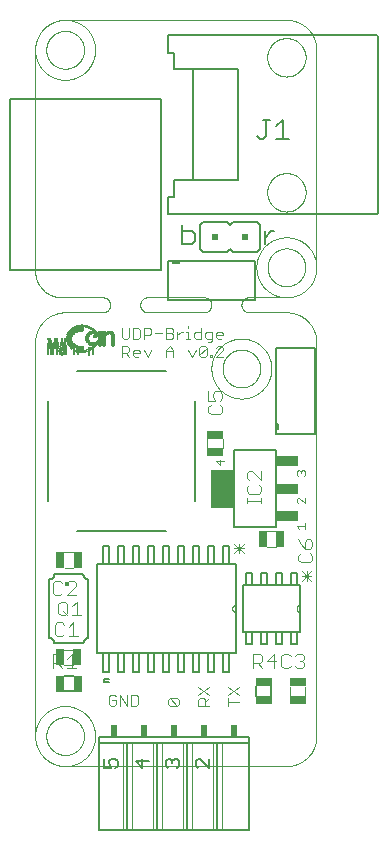
<source format=gto>
G75*
%MOIN*%
%OFA0B0*%
%FSLAX25Y25*%
%IPPOS*%
%LPD*%
%AMOC8*
5,1,8,0,0,1.08239X$1,22.5*
%
%ADD10C,0.00000*%
%ADD11C,0.00300*%
%ADD12C,0.00600*%
%ADD13R,0.00567X0.00047*%
%ADD14R,0.00898X0.00047*%
%ADD15R,0.00803X0.00047*%
%ADD16R,0.00850X0.00047*%
%ADD17R,0.00945X0.00047*%
%ADD18R,0.00992X0.00047*%
%ADD19R,0.01087X0.00047*%
%ADD20R,0.01134X0.00047*%
%ADD21R,0.01039X0.00047*%
%ADD22R,0.01181X0.00047*%
%ADD23R,0.01228X0.00047*%
%ADD24R,0.02457X0.00047*%
%ADD25R,0.02504X0.00047*%
%ADD26R,0.02551X0.00047*%
%ADD27R,0.01276X0.00047*%
%ADD28R,0.01323X0.00047*%
%ADD29R,0.03213X0.00047*%
%ADD30R,0.03402X0.00047*%
%ADD31R,0.03591X0.00047*%
%ADD32R,0.01370X0.00047*%
%ADD33R,0.03638X0.00047*%
%ADD34R,0.03732X0.00047*%
%ADD35R,0.03827X0.00047*%
%ADD36R,0.01417X0.00047*%
%ADD37R,0.03874X0.00047*%
%ADD38R,0.01465X0.00047*%
%ADD39R,0.01512X0.00047*%
%ADD40R,0.02835X0.00047*%
%ADD41R,0.00047X0.00047*%
%ADD42R,0.00661X0.00047*%
%ADD43R,0.00236X0.00047*%
%ADD44R,0.01559X0.00047*%
%ADD45R,0.00425X0.00047*%
%ADD46R,0.00331X0.00047*%
%ADD47R,0.02787X0.00047*%
%ADD48R,0.00142X0.00047*%
%ADD49R,0.01654X0.00047*%
%ADD50R,0.02409X0.00047*%
%ADD51R,0.00378X0.00047*%
%ADD52R,0.02362X0.00047*%
%ADD53R,0.00520X0.00047*%
%ADD54R,0.02315X0.00047*%
%ADD55R,0.01701X0.00047*%
%ADD56R,0.02268X0.00047*%
%ADD57R,0.02220X0.00047*%
%ADD58R,0.02173X0.00047*%
%ADD59R,0.00709X0.00047*%
%ADD60R,0.01748X0.00047*%
%ADD61R,0.02126X0.00047*%
%ADD62R,0.00756X0.00047*%
%ADD63R,0.02031X0.00047*%
%ADD64R,0.01984X0.00047*%
%ADD65R,0.04677X0.00047*%
%ADD66R,0.01890X0.00047*%
%ADD67R,0.04724X0.00047*%
%ADD68R,0.01795X0.00047*%
%ADD69R,0.04772X0.00047*%
%ADD70R,0.04819X0.00047*%
%ADD71R,0.01606X0.00047*%
%ADD72R,0.04866X0.00047*%
%ADD73R,0.00094X0.00047*%
%ADD74R,0.04535X0.00047*%
%ADD75R,0.00189X0.00047*%
%ADD76R,0.03496X0.00047*%
%ADD77R,0.01843X0.00047*%
%ADD78R,0.00472X0.00047*%
%ADD79R,0.03354X0.00047*%
%ADD80R,0.03307X0.00047*%
%ADD81R,0.03165X0.00047*%
%ADD82R,0.03071X0.00047*%
%ADD83R,0.02976X0.00047*%
%ADD84R,0.02929X0.00047*%
%ADD85R,0.02693X0.00047*%
%ADD86R,0.02646X0.00047*%
%ADD87R,0.02598X0.00047*%
%ADD88R,0.03118X0.00047*%
%ADD89R,0.04630X0.00047*%
%ADD90R,0.02079X0.00047*%
%ADD91R,0.01937X0.00047*%
%ADD92R,0.04913X0.00047*%
%ADD93R,0.00283X0.00047*%
%ADD94R,0.00614X0.00047*%
%ADD95R,0.03685X0.00047*%
%ADD96R,0.02740X0.00047*%
%ADD97R,0.03260X0.00047*%
%ADD98R,0.03449X0.00047*%
%ADD99R,0.03780X0.00047*%
%ADD100R,0.03969X0.00047*%
%ADD101R,0.04205X0.00047*%
%ADD102R,0.04583X0.00047*%
%ADD103R,0.04488X0.00047*%
%ADD104R,0.04441X0.00047*%
%ADD105R,0.04394X0.00047*%
%ADD106R,0.04299X0.00047*%
%ADD107R,0.04252X0.00047*%
%ADD108R,0.04157X0.00047*%
%ADD109R,0.04063X0.00047*%
%ADD110R,0.04016X0.00047*%
%ADD111R,0.05480X0.00047*%
%ADD112R,0.05291X0.00047*%
%ADD113R,0.05102X0.00047*%
%ADD114C,0.00400*%
%ADD115R,0.02953X0.05709*%
%ADD116R,0.05709X0.02953*%
%ADD117C,0.00800*%
%ADD118R,0.07300X0.12600*%
%ADD119R,0.07300X0.03400*%
%ADD120C,0.01433*%
%ADD121C,0.00500*%
%ADD122R,0.02400X0.02400*%
%ADD123R,0.05512X0.02559*%
%ADD124C,0.00200*%
%ADD125R,0.02000X0.04000*%
%ADD126R,0.02559X0.05512*%
D10*
X0066345Y0060183D02*
X0066345Y0191433D01*
X0075095Y0206433D02*
X0088845Y0206433D01*
X0088943Y0206431D01*
X0089041Y0206425D01*
X0089139Y0206416D01*
X0089236Y0206402D01*
X0089333Y0206385D01*
X0089429Y0206364D01*
X0089524Y0206339D01*
X0089618Y0206311D01*
X0089710Y0206278D01*
X0089802Y0206243D01*
X0089892Y0206203D01*
X0089980Y0206161D01*
X0090067Y0206114D01*
X0090151Y0206065D01*
X0090234Y0206012D01*
X0090314Y0205956D01*
X0090393Y0205896D01*
X0090469Y0205834D01*
X0090542Y0205769D01*
X0090613Y0205701D01*
X0090681Y0205630D01*
X0090746Y0205557D01*
X0090808Y0205481D01*
X0090868Y0205402D01*
X0090924Y0205322D01*
X0090977Y0205239D01*
X0091026Y0205155D01*
X0091073Y0205068D01*
X0091115Y0204980D01*
X0091155Y0204890D01*
X0091190Y0204798D01*
X0091223Y0204706D01*
X0091251Y0204612D01*
X0091276Y0204517D01*
X0091297Y0204421D01*
X0091314Y0204324D01*
X0091328Y0204227D01*
X0091337Y0204129D01*
X0091343Y0204031D01*
X0091345Y0203933D01*
X0091343Y0203835D01*
X0091337Y0203737D01*
X0091328Y0203639D01*
X0091314Y0203542D01*
X0091297Y0203445D01*
X0091276Y0203349D01*
X0091251Y0203254D01*
X0091223Y0203160D01*
X0091190Y0203068D01*
X0091155Y0202976D01*
X0091115Y0202886D01*
X0091073Y0202798D01*
X0091026Y0202711D01*
X0090977Y0202627D01*
X0090924Y0202544D01*
X0090868Y0202464D01*
X0090808Y0202385D01*
X0090746Y0202309D01*
X0090681Y0202236D01*
X0090613Y0202165D01*
X0090542Y0202097D01*
X0090469Y0202032D01*
X0090393Y0201970D01*
X0090314Y0201910D01*
X0090234Y0201854D01*
X0090151Y0201801D01*
X0090067Y0201752D01*
X0089980Y0201705D01*
X0089892Y0201663D01*
X0089802Y0201623D01*
X0089710Y0201588D01*
X0089618Y0201555D01*
X0089524Y0201527D01*
X0089429Y0201502D01*
X0089333Y0201481D01*
X0089236Y0201464D01*
X0089139Y0201450D01*
X0089041Y0201441D01*
X0088943Y0201435D01*
X0088845Y0201433D01*
X0076345Y0201433D01*
X0076103Y0201430D01*
X0075862Y0201421D01*
X0075621Y0201407D01*
X0075380Y0201386D01*
X0075140Y0201360D01*
X0074900Y0201328D01*
X0074661Y0201290D01*
X0074424Y0201247D01*
X0074187Y0201197D01*
X0073952Y0201142D01*
X0073718Y0201082D01*
X0073486Y0201015D01*
X0073255Y0200944D01*
X0073026Y0200866D01*
X0072799Y0200783D01*
X0072574Y0200695D01*
X0072351Y0200601D01*
X0072131Y0200502D01*
X0071913Y0200397D01*
X0071698Y0200288D01*
X0071485Y0200173D01*
X0071275Y0200053D01*
X0071069Y0199928D01*
X0070865Y0199798D01*
X0070664Y0199663D01*
X0070467Y0199523D01*
X0070273Y0199379D01*
X0070083Y0199230D01*
X0069897Y0199076D01*
X0069714Y0198918D01*
X0069535Y0198756D01*
X0069360Y0198589D01*
X0069189Y0198418D01*
X0069022Y0198243D01*
X0068860Y0198064D01*
X0068702Y0197881D01*
X0068548Y0197695D01*
X0068399Y0197505D01*
X0068255Y0197311D01*
X0068115Y0197114D01*
X0067980Y0196913D01*
X0067850Y0196709D01*
X0067725Y0196503D01*
X0067605Y0196293D01*
X0067490Y0196080D01*
X0067381Y0195865D01*
X0067276Y0195647D01*
X0067177Y0195427D01*
X0067083Y0195204D01*
X0066995Y0194979D01*
X0066912Y0194752D01*
X0066834Y0194523D01*
X0066763Y0194292D01*
X0066696Y0194060D01*
X0066636Y0193826D01*
X0066581Y0193591D01*
X0066531Y0193354D01*
X0066488Y0193117D01*
X0066450Y0192878D01*
X0066418Y0192638D01*
X0066392Y0192398D01*
X0066371Y0192157D01*
X0066357Y0191916D01*
X0066348Y0191675D01*
X0066345Y0191433D01*
X0066345Y0215183D02*
X0066345Y0288933D01*
X0066348Y0288691D01*
X0066357Y0288450D01*
X0066371Y0288209D01*
X0066392Y0287968D01*
X0066418Y0287728D01*
X0066450Y0287488D01*
X0066488Y0287249D01*
X0066531Y0287012D01*
X0066581Y0286775D01*
X0066636Y0286540D01*
X0066696Y0286306D01*
X0066763Y0286074D01*
X0066834Y0285843D01*
X0066912Y0285614D01*
X0066995Y0285387D01*
X0067083Y0285162D01*
X0067177Y0284939D01*
X0067276Y0284719D01*
X0067381Y0284501D01*
X0067490Y0284286D01*
X0067605Y0284073D01*
X0067725Y0283863D01*
X0067850Y0283657D01*
X0067980Y0283453D01*
X0068115Y0283252D01*
X0068255Y0283055D01*
X0068399Y0282861D01*
X0068548Y0282671D01*
X0068702Y0282485D01*
X0068860Y0282302D01*
X0069022Y0282123D01*
X0069189Y0281948D01*
X0069360Y0281777D01*
X0069535Y0281610D01*
X0069714Y0281448D01*
X0069897Y0281290D01*
X0070083Y0281136D01*
X0070273Y0280987D01*
X0070467Y0280843D01*
X0070664Y0280703D01*
X0070865Y0280568D01*
X0071069Y0280438D01*
X0071275Y0280313D01*
X0071485Y0280193D01*
X0071698Y0280078D01*
X0071913Y0279969D01*
X0072131Y0279864D01*
X0072351Y0279765D01*
X0072574Y0279671D01*
X0072799Y0279583D01*
X0073026Y0279500D01*
X0073255Y0279422D01*
X0073486Y0279351D01*
X0073718Y0279284D01*
X0073952Y0279224D01*
X0074187Y0279169D01*
X0074424Y0279119D01*
X0074661Y0279076D01*
X0074900Y0279038D01*
X0075140Y0279006D01*
X0075380Y0278980D01*
X0075621Y0278959D01*
X0075862Y0278945D01*
X0076103Y0278936D01*
X0076345Y0278933D01*
X0076587Y0278936D01*
X0076828Y0278945D01*
X0077069Y0278959D01*
X0077310Y0278980D01*
X0077550Y0279006D01*
X0077790Y0279038D01*
X0078029Y0279076D01*
X0078266Y0279119D01*
X0078503Y0279169D01*
X0078738Y0279224D01*
X0078972Y0279284D01*
X0079204Y0279351D01*
X0079435Y0279422D01*
X0079664Y0279500D01*
X0079891Y0279583D01*
X0080116Y0279671D01*
X0080339Y0279765D01*
X0080559Y0279864D01*
X0080777Y0279969D01*
X0080992Y0280078D01*
X0081205Y0280193D01*
X0081415Y0280313D01*
X0081621Y0280438D01*
X0081825Y0280568D01*
X0082026Y0280703D01*
X0082223Y0280843D01*
X0082417Y0280987D01*
X0082607Y0281136D01*
X0082793Y0281290D01*
X0082976Y0281448D01*
X0083155Y0281610D01*
X0083330Y0281777D01*
X0083501Y0281948D01*
X0083668Y0282123D01*
X0083830Y0282302D01*
X0083988Y0282485D01*
X0084142Y0282671D01*
X0084291Y0282861D01*
X0084435Y0283055D01*
X0084575Y0283252D01*
X0084710Y0283453D01*
X0084840Y0283657D01*
X0084965Y0283863D01*
X0085085Y0284073D01*
X0085200Y0284286D01*
X0085309Y0284501D01*
X0085414Y0284719D01*
X0085513Y0284939D01*
X0085607Y0285162D01*
X0085695Y0285387D01*
X0085778Y0285614D01*
X0085856Y0285843D01*
X0085927Y0286074D01*
X0085994Y0286306D01*
X0086054Y0286540D01*
X0086109Y0286775D01*
X0086159Y0287012D01*
X0086202Y0287249D01*
X0086240Y0287488D01*
X0086272Y0287728D01*
X0086298Y0287968D01*
X0086319Y0288209D01*
X0086333Y0288450D01*
X0086342Y0288691D01*
X0086345Y0288933D01*
X0086342Y0289175D01*
X0086333Y0289416D01*
X0086319Y0289657D01*
X0086298Y0289898D01*
X0086272Y0290138D01*
X0086240Y0290378D01*
X0086202Y0290617D01*
X0086159Y0290854D01*
X0086109Y0291091D01*
X0086054Y0291326D01*
X0085994Y0291560D01*
X0085927Y0291792D01*
X0085856Y0292023D01*
X0085778Y0292252D01*
X0085695Y0292479D01*
X0085607Y0292704D01*
X0085513Y0292927D01*
X0085414Y0293147D01*
X0085309Y0293365D01*
X0085200Y0293580D01*
X0085085Y0293793D01*
X0084965Y0294003D01*
X0084840Y0294209D01*
X0084710Y0294413D01*
X0084575Y0294614D01*
X0084435Y0294811D01*
X0084291Y0295005D01*
X0084142Y0295195D01*
X0083988Y0295381D01*
X0083830Y0295564D01*
X0083668Y0295743D01*
X0083501Y0295918D01*
X0083330Y0296089D01*
X0083155Y0296256D01*
X0082976Y0296418D01*
X0082793Y0296576D01*
X0082607Y0296730D01*
X0082417Y0296879D01*
X0082223Y0297023D01*
X0082026Y0297163D01*
X0081825Y0297298D01*
X0081621Y0297428D01*
X0081415Y0297553D01*
X0081205Y0297673D01*
X0080992Y0297788D01*
X0080777Y0297897D01*
X0080559Y0298002D01*
X0080339Y0298101D01*
X0080116Y0298195D01*
X0079891Y0298283D01*
X0079664Y0298366D01*
X0079435Y0298444D01*
X0079204Y0298515D01*
X0078972Y0298582D01*
X0078738Y0298642D01*
X0078503Y0298697D01*
X0078266Y0298747D01*
X0078029Y0298790D01*
X0077790Y0298828D01*
X0077550Y0298860D01*
X0077310Y0298886D01*
X0077069Y0298907D01*
X0076828Y0298921D01*
X0076587Y0298930D01*
X0076345Y0298933D01*
X0150095Y0298933D01*
X0150337Y0298930D01*
X0150578Y0298921D01*
X0150819Y0298907D01*
X0151060Y0298886D01*
X0151300Y0298860D01*
X0151540Y0298828D01*
X0151779Y0298790D01*
X0152016Y0298747D01*
X0152253Y0298697D01*
X0152488Y0298642D01*
X0152722Y0298582D01*
X0152954Y0298515D01*
X0153185Y0298444D01*
X0153414Y0298366D01*
X0153641Y0298283D01*
X0153866Y0298195D01*
X0154089Y0298101D01*
X0154309Y0298002D01*
X0154527Y0297897D01*
X0154742Y0297788D01*
X0154955Y0297673D01*
X0155165Y0297553D01*
X0155371Y0297428D01*
X0155575Y0297298D01*
X0155776Y0297163D01*
X0155973Y0297023D01*
X0156167Y0296879D01*
X0156357Y0296730D01*
X0156543Y0296576D01*
X0156726Y0296418D01*
X0156905Y0296256D01*
X0157080Y0296089D01*
X0157251Y0295918D01*
X0157418Y0295743D01*
X0157580Y0295564D01*
X0157738Y0295381D01*
X0157892Y0295195D01*
X0158041Y0295005D01*
X0158185Y0294811D01*
X0158325Y0294614D01*
X0158460Y0294413D01*
X0158590Y0294209D01*
X0158715Y0294003D01*
X0158835Y0293793D01*
X0158950Y0293580D01*
X0159059Y0293365D01*
X0159164Y0293147D01*
X0159263Y0292927D01*
X0159357Y0292704D01*
X0159445Y0292479D01*
X0159528Y0292252D01*
X0159606Y0292023D01*
X0159677Y0291792D01*
X0159744Y0291560D01*
X0159804Y0291326D01*
X0159859Y0291091D01*
X0159909Y0290854D01*
X0159952Y0290617D01*
X0159990Y0290378D01*
X0160022Y0290138D01*
X0160048Y0289898D01*
X0160069Y0289657D01*
X0160083Y0289416D01*
X0160092Y0289175D01*
X0160095Y0288933D01*
X0160095Y0216433D01*
X0160092Y0216675D01*
X0160083Y0216916D01*
X0160069Y0217157D01*
X0160048Y0217398D01*
X0160022Y0217638D01*
X0159990Y0217878D01*
X0159952Y0218117D01*
X0159909Y0218354D01*
X0159859Y0218591D01*
X0159804Y0218826D01*
X0159744Y0219060D01*
X0159677Y0219292D01*
X0159606Y0219523D01*
X0159528Y0219752D01*
X0159445Y0219979D01*
X0159357Y0220204D01*
X0159263Y0220427D01*
X0159164Y0220647D01*
X0159059Y0220865D01*
X0158950Y0221080D01*
X0158835Y0221293D01*
X0158715Y0221503D01*
X0158590Y0221709D01*
X0158460Y0221913D01*
X0158325Y0222114D01*
X0158185Y0222311D01*
X0158041Y0222505D01*
X0157892Y0222695D01*
X0157738Y0222881D01*
X0157580Y0223064D01*
X0157418Y0223243D01*
X0157251Y0223418D01*
X0157080Y0223589D01*
X0156905Y0223756D01*
X0156726Y0223918D01*
X0156543Y0224076D01*
X0156357Y0224230D01*
X0156167Y0224379D01*
X0155973Y0224523D01*
X0155776Y0224663D01*
X0155575Y0224798D01*
X0155371Y0224928D01*
X0155165Y0225053D01*
X0154955Y0225173D01*
X0154742Y0225288D01*
X0154527Y0225397D01*
X0154309Y0225502D01*
X0154089Y0225601D01*
X0153866Y0225695D01*
X0153641Y0225783D01*
X0153414Y0225866D01*
X0153185Y0225944D01*
X0152954Y0226015D01*
X0152722Y0226082D01*
X0152488Y0226142D01*
X0152253Y0226197D01*
X0152016Y0226247D01*
X0151779Y0226290D01*
X0151540Y0226328D01*
X0151300Y0226360D01*
X0151060Y0226386D01*
X0150819Y0226407D01*
X0150578Y0226421D01*
X0150337Y0226430D01*
X0150095Y0226433D01*
X0149853Y0226430D01*
X0149612Y0226421D01*
X0149371Y0226407D01*
X0149130Y0226386D01*
X0148890Y0226360D01*
X0148650Y0226328D01*
X0148411Y0226290D01*
X0148174Y0226247D01*
X0147937Y0226197D01*
X0147702Y0226142D01*
X0147468Y0226082D01*
X0147236Y0226015D01*
X0147005Y0225944D01*
X0146776Y0225866D01*
X0146549Y0225783D01*
X0146324Y0225695D01*
X0146101Y0225601D01*
X0145881Y0225502D01*
X0145663Y0225397D01*
X0145448Y0225288D01*
X0145235Y0225173D01*
X0145025Y0225053D01*
X0144819Y0224928D01*
X0144615Y0224798D01*
X0144414Y0224663D01*
X0144217Y0224523D01*
X0144023Y0224379D01*
X0143833Y0224230D01*
X0143647Y0224076D01*
X0143464Y0223918D01*
X0143285Y0223756D01*
X0143110Y0223589D01*
X0142939Y0223418D01*
X0142772Y0223243D01*
X0142610Y0223064D01*
X0142452Y0222881D01*
X0142298Y0222695D01*
X0142149Y0222505D01*
X0142005Y0222311D01*
X0141865Y0222114D01*
X0141730Y0221913D01*
X0141600Y0221709D01*
X0141475Y0221503D01*
X0141355Y0221293D01*
X0141240Y0221080D01*
X0141131Y0220865D01*
X0141026Y0220647D01*
X0140927Y0220427D01*
X0140833Y0220204D01*
X0140745Y0219979D01*
X0140662Y0219752D01*
X0140584Y0219523D01*
X0140513Y0219292D01*
X0140446Y0219060D01*
X0140386Y0218826D01*
X0140331Y0218591D01*
X0140281Y0218354D01*
X0140238Y0218117D01*
X0140200Y0217878D01*
X0140168Y0217638D01*
X0140142Y0217398D01*
X0140121Y0217157D01*
X0140107Y0216916D01*
X0140098Y0216675D01*
X0140095Y0216433D01*
X0137595Y0206433D02*
X0150095Y0206433D01*
X0150095Y0201433D02*
X0137595Y0201433D01*
X0135095Y0203933D02*
X0135097Y0204031D01*
X0135103Y0204129D01*
X0135112Y0204227D01*
X0135126Y0204324D01*
X0135143Y0204421D01*
X0135164Y0204517D01*
X0135189Y0204612D01*
X0135217Y0204706D01*
X0135250Y0204798D01*
X0135285Y0204890D01*
X0135325Y0204980D01*
X0135367Y0205068D01*
X0135414Y0205155D01*
X0135463Y0205239D01*
X0135516Y0205322D01*
X0135572Y0205402D01*
X0135632Y0205481D01*
X0135694Y0205557D01*
X0135759Y0205630D01*
X0135827Y0205701D01*
X0135898Y0205769D01*
X0135971Y0205834D01*
X0136047Y0205896D01*
X0136126Y0205956D01*
X0136206Y0206012D01*
X0136289Y0206065D01*
X0136373Y0206114D01*
X0136460Y0206161D01*
X0136548Y0206203D01*
X0136638Y0206243D01*
X0136730Y0206278D01*
X0136822Y0206311D01*
X0136916Y0206339D01*
X0137011Y0206364D01*
X0137107Y0206385D01*
X0137204Y0206402D01*
X0137301Y0206416D01*
X0137399Y0206425D01*
X0137497Y0206431D01*
X0137595Y0206433D01*
X0135095Y0203933D02*
X0135097Y0203835D01*
X0135103Y0203737D01*
X0135112Y0203639D01*
X0135126Y0203542D01*
X0135143Y0203445D01*
X0135164Y0203349D01*
X0135189Y0203254D01*
X0135217Y0203160D01*
X0135250Y0203068D01*
X0135285Y0202976D01*
X0135325Y0202886D01*
X0135367Y0202798D01*
X0135414Y0202711D01*
X0135463Y0202627D01*
X0135516Y0202544D01*
X0135572Y0202464D01*
X0135632Y0202385D01*
X0135694Y0202309D01*
X0135759Y0202236D01*
X0135827Y0202165D01*
X0135898Y0202097D01*
X0135971Y0202032D01*
X0136047Y0201970D01*
X0136126Y0201910D01*
X0136206Y0201854D01*
X0136289Y0201801D01*
X0136373Y0201752D01*
X0136460Y0201705D01*
X0136548Y0201663D01*
X0136638Y0201623D01*
X0136730Y0201588D01*
X0136822Y0201555D01*
X0136916Y0201527D01*
X0137011Y0201502D01*
X0137107Y0201481D01*
X0137204Y0201464D01*
X0137301Y0201450D01*
X0137399Y0201441D01*
X0137497Y0201435D01*
X0137595Y0201433D01*
X0150095Y0201433D02*
X0150337Y0201430D01*
X0150578Y0201421D01*
X0150819Y0201407D01*
X0151060Y0201386D01*
X0151300Y0201360D01*
X0151540Y0201328D01*
X0151779Y0201290D01*
X0152016Y0201247D01*
X0152253Y0201197D01*
X0152488Y0201142D01*
X0152722Y0201082D01*
X0152954Y0201015D01*
X0153185Y0200944D01*
X0153414Y0200866D01*
X0153641Y0200783D01*
X0153866Y0200695D01*
X0154089Y0200601D01*
X0154309Y0200502D01*
X0154527Y0200397D01*
X0154742Y0200288D01*
X0154955Y0200173D01*
X0155165Y0200053D01*
X0155371Y0199928D01*
X0155575Y0199798D01*
X0155776Y0199663D01*
X0155973Y0199523D01*
X0156167Y0199379D01*
X0156357Y0199230D01*
X0156543Y0199076D01*
X0156726Y0198918D01*
X0156905Y0198756D01*
X0157080Y0198589D01*
X0157251Y0198418D01*
X0157418Y0198243D01*
X0157580Y0198064D01*
X0157738Y0197881D01*
X0157892Y0197695D01*
X0158041Y0197505D01*
X0158185Y0197311D01*
X0158325Y0197114D01*
X0158460Y0196913D01*
X0158590Y0196709D01*
X0158715Y0196503D01*
X0158835Y0196293D01*
X0158950Y0196080D01*
X0159059Y0195865D01*
X0159164Y0195647D01*
X0159263Y0195427D01*
X0159357Y0195204D01*
X0159445Y0194979D01*
X0159528Y0194752D01*
X0159606Y0194523D01*
X0159677Y0194292D01*
X0159744Y0194060D01*
X0159804Y0193826D01*
X0159859Y0193591D01*
X0159909Y0193354D01*
X0159952Y0193117D01*
X0159990Y0192878D01*
X0160022Y0192638D01*
X0160048Y0192398D01*
X0160069Y0192157D01*
X0160083Y0191916D01*
X0160092Y0191675D01*
X0160095Y0191433D01*
X0160095Y0060183D01*
X0160092Y0059941D01*
X0160083Y0059700D01*
X0160069Y0059459D01*
X0160048Y0059218D01*
X0160022Y0058978D01*
X0159990Y0058738D01*
X0159952Y0058499D01*
X0159909Y0058262D01*
X0159859Y0058025D01*
X0159804Y0057790D01*
X0159744Y0057556D01*
X0159677Y0057324D01*
X0159606Y0057093D01*
X0159528Y0056864D01*
X0159445Y0056637D01*
X0159357Y0056412D01*
X0159263Y0056189D01*
X0159164Y0055969D01*
X0159059Y0055751D01*
X0158950Y0055536D01*
X0158835Y0055323D01*
X0158715Y0055113D01*
X0158590Y0054907D01*
X0158460Y0054703D01*
X0158325Y0054502D01*
X0158185Y0054305D01*
X0158041Y0054111D01*
X0157892Y0053921D01*
X0157738Y0053735D01*
X0157580Y0053552D01*
X0157418Y0053373D01*
X0157251Y0053198D01*
X0157080Y0053027D01*
X0156905Y0052860D01*
X0156726Y0052698D01*
X0156543Y0052540D01*
X0156357Y0052386D01*
X0156167Y0052237D01*
X0155973Y0052093D01*
X0155776Y0051953D01*
X0155575Y0051818D01*
X0155371Y0051688D01*
X0155165Y0051563D01*
X0154955Y0051443D01*
X0154742Y0051328D01*
X0154527Y0051219D01*
X0154309Y0051114D01*
X0154089Y0051015D01*
X0153866Y0050921D01*
X0153641Y0050833D01*
X0153414Y0050750D01*
X0153185Y0050672D01*
X0152954Y0050601D01*
X0152722Y0050534D01*
X0152488Y0050474D01*
X0152253Y0050419D01*
X0152016Y0050369D01*
X0151779Y0050326D01*
X0151540Y0050288D01*
X0151300Y0050256D01*
X0151060Y0050230D01*
X0150819Y0050209D01*
X0150578Y0050195D01*
X0150337Y0050186D01*
X0150095Y0050183D01*
X0076345Y0050183D01*
X0076587Y0050186D01*
X0076828Y0050195D01*
X0077069Y0050209D01*
X0077310Y0050230D01*
X0077550Y0050256D01*
X0077790Y0050288D01*
X0078029Y0050326D01*
X0078266Y0050369D01*
X0078503Y0050419D01*
X0078738Y0050474D01*
X0078972Y0050534D01*
X0079204Y0050601D01*
X0079435Y0050672D01*
X0079664Y0050750D01*
X0079891Y0050833D01*
X0080116Y0050921D01*
X0080339Y0051015D01*
X0080559Y0051114D01*
X0080777Y0051219D01*
X0080992Y0051328D01*
X0081205Y0051443D01*
X0081415Y0051563D01*
X0081621Y0051688D01*
X0081825Y0051818D01*
X0082026Y0051953D01*
X0082223Y0052093D01*
X0082417Y0052237D01*
X0082607Y0052386D01*
X0082793Y0052540D01*
X0082976Y0052698D01*
X0083155Y0052860D01*
X0083330Y0053027D01*
X0083501Y0053198D01*
X0083668Y0053373D01*
X0083830Y0053552D01*
X0083988Y0053735D01*
X0084142Y0053921D01*
X0084291Y0054111D01*
X0084435Y0054305D01*
X0084575Y0054502D01*
X0084710Y0054703D01*
X0084840Y0054907D01*
X0084965Y0055113D01*
X0085085Y0055323D01*
X0085200Y0055536D01*
X0085309Y0055751D01*
X0085414Y0055969D01*
X0085513Y0056189D01*
X0085607Y0056412D01*
X0085695Y0056637D01*
X0085778Y0056864D01*
X0085856Y0057093D01*
X0085927Y0057324D01*
X0085994Y0057556D01*
X0086054Y0057790D01*
X0086109Y0058025D01*
X0086159Y0058262D01*
X0086202Y0058499D01*
X0086240Y0058738D01*
X0086272Y0058978D01*
X0086298Y0059218D01*
X0086319Y0059459D01*
X0086333Y0059700D01*
X0086342Y0059941D01*
X0086345Y0060183D01*
X0086342Y0060425D01*
X0086333Y0060666D01*
X0086319Y0060907D01*
X0086298Y0061148D01*
X0086272Y0061388D01*
X0086240Y0061628D01*
X0086202Y0061867D01*
X0086159Y0062104D01*
X0086109Y0062341D01*
X0086054Y0062576D01*
X0085994Y0062810D01*
X0085927Y0063042D01*
X0085856Y0063273D01*
X0085778Y0063502D01*
X0085695Y0063729D01*
X0085607Y0063954D01*
X0085513Y0064177D01*
X0085414Y0064397D01*
X0085309Y0064615D01*
X0085200Y0064830D01*
X0085085Y0065043D01*
X0084965Y0065253D01*
X0084840Y0065459D01*
X0084710Y0065663D01*
X0084575Y0065864D01*
X0084435Y0066061D01*
X0084291Y0066255D01*
X0084142Y0066445D01*
X0083988Y0066631D01*
X0083830Y0066814D01*
X0083668Y0066993D01*
X0083501Y0067168D01*
X0083330Y0067339D01*
X0083155Y0067506D01*
X0082976Y0067668D01*
X0082793Y0067826D01*
X0082607Y0067980D01*
X0082417Y0068129D01*
X0082223Y0068273D01*
X0082026Y0068413D01*
X0081825Y0068548D01*
X0081621Y0068678D01*
X0081415Y0068803D01*
X0081205Y0068923D01*
X0080992Y0069038D01*
X0080777Y0069147D01*
X0080559Y0069252D01*
X0080339Y0069351D01*
X0080116Y0069445D01*
X0079891Y0069533D01*
X0079664Y0069616D01*
X0079435Y0069694D01*
X0079204Y0069765D01*
X0078972Y0069832D01*
X0078738Y0069892D01*
X0078503Y0069947D01*
X0078266Y0069997D01*
X0078029Y0070040D01*
X0077790Y0070078D01*
X0077550Y0070110D01*
X0077310Y0070136D01*
X0077069Y0070157D01*
X0076828Y0070171D01*
X0076587Y0070180D01*
X0076345Y0070183D01*
X0076103Y0070180D01*
X0075862Y0070171D01*
X0075621Y0070157D01*
X0075380Y0070136D01*
X0075140Y0070110D01*
X0074900Y0070078D01*
X0074661Y0070040D01*
X0074424Y0069997D01*
X0074187Y0069947D01*
X0073952Y0069892D01*
X0073718Y0069832D01*
X0073486Y0069765D01*
X0073255Y0069694D01*
X0073026Y0069616D01*
X0072799Y0069533D01*
X0072574Y0069445D01*
X0072351Y0069351D01*
X0072131Y0069252D01*
X0071913Y0069147D01*
X0071698Y0069038D01*
X0071485Y0068923D01*
X0071275Y0068803D01*
X0071069Y0068678D01*
X0070865Y0068548D01*
X0070664Y0068413D01*
X0070467Y0068273D01*
X0070273Y0068129D01*
X0070083Y0067980D01*
X0069897Y0067826D01*
X0069714Y0067668D01*
X0069535Y0067506D01*
X0069360Y0067339D01*
X0069189Y0067168D01*
X0069022Y0066993D01*
X0068860Y0066814D01*
X0068702Y0066631D01*
X0068548Y0066445D01*
X0068399Y0066255D01*
X0068255Y0066061D01*
X0068115Y0065864D01*
X0067980Y0065663D01*
X0067850Y0065459D01*
X0067725Y0065253D01*
X0067605Y0065043D01*
X0067490Y0064830D01*
X0067381Y0064615D01*
X0067276Y0064397D01*
X0067177Y0064177D01*
X0067083Y0063954D01*
X0066995Y0063729D01*
X0066912Y0063502D01*
X0066834Y0063273D01*
X0066763Y0063042D01*
X0066696Y0062810D01*
X0066636Y0062576D01*
X0066581Y0062341D01*
X0066531Y0062104D01*
X0066488Y0061867D01*
X0066450Y0061628D01*
X0066418Y0061388D01*
X0066392Y0061148D01*
X0066371Y0060907D01*
X0066357Y0060666D01*
X0066348Y0060425D01*
X0066345Y0060183D01*
X0066348Y0059941D01*
X0066357Y0059700D01*
X0066371Y0059459D01*
X0066392Y0059218D01*
X0066418Y0058978D01*
X0066450Y0058738D01*
X0066488Y0058499D01*
X0066531Y0058262D01*
X0066581Y0058025D01*
X0066636Y0057790D01*
X0066696Y0057556D01*
X0066763Y0057324D01*
X0066834Y0057093D01*
X0066912Y0056864D01*
X0066995Y0056637D01*
X0067083Y0056412D01*
X0067177Y0056189D01*
X0067276Y0055969D01*
X0067381Y0055751D01*
X0067490Y0055536D01*
X0067605Y0055323D01*
X0067725Y0055113D01*
X0067850Y0054907D01*
X0067980Y0054703D01*
X0068115Y0054502D01*
X0068255Y0054305D01*
X0068399Y0054111D01*
X0068548Y0053921D01*
X0068702Y0053735D01*
X0068860Y0053552D01*
X0069022Y0053373D01*
X0069189Y0053198D01*
X0069360Y0053027D01*
X0069535Y0052860D01*
X0069714Y0052698D01*
X0069897Y0052540D01*
X0070083Y0052386D01*
X0070273Y0052237D01*
X0070467Y0052093D01*
X0070664Y0051953D01*
X0070865Y0051818D01*
X0071069Y0051688D01*
X0071275Y0051563D01*
X0071485Y0051443D01*
X0071698Y0051328D01*
X0071913Y0051219D01*
X0072131Y0051114D01*
X0072351Y0051015D01*
X0072574Y0050921D01*
X0072799Y0050833D01*
X0073026Y0050750D01*
X0073255Y0050672D01*
X0073486Y0050601D01*
X0073718Y0050534D01*
X0073952Y0050474D01*
X0074187Y0050419D01*
X0074424Y0050369D01*
X0074661Y0050326D01*
X0074900Y0050288D01*
X0075140Y0050256D01*
X0075380Y0050230D01*
X0075621Y0050209D01*
X0075862Y0050195D01*
X0076103Y0050186D01*
X0076345Y0050183D01*
X0070046Y0060183D02*
X0070048Y0060341D01*
X0070054Y0060499D01*
X0070064Y0060657D01*
X0070078Y0060815D01*
X0070096Y0060972D01*
X0070117Y0061129D01*
X0070143Y0061285D01*
X0070173Y0061441D01*
X0070206Y0061596D01*
X0070244Y0061749D01*
X0070285Y0061902D01*
X0070330Y0062054D01*
X0070379Y0062205D01*
X0070432Y0062354D01*
X0070488Y0062502D01*
X0070548Y0062648D01*
X0070612Y0062793D01*
X0070680Y0062936D01*
X0070751Y0063078D01*
X0070825Y0063218D01*
X0070903Y0063355D01*
X0070985Y0063491D01*
X0071069Y0063625D01*
X0071158Y0063756D01*
X0071249Y0063885D01*
X0071344Y0064012D01*
X0071441Y0064137D01*
X0071542Y0064259D01*
X0071646Y0064378D01*
X0071753Y0064495D01*
X0071863Y0064609D01*
X0071976Y0064720D01*
X0072091Y0064829D01*
X0072209Y0064934D01*
X0072330Y0065036D01*
X0072453Y0065136D01*
X0072579Y0065232D01*
X0072707Y0065325D01*
X0072837Y0065415D01*
X0072970Y0065501D01*
X0073105Y0065585D01*
X0073241Y0065664D01*
X0073380Y0065741D01*
X0073521Y0065813D01*
X0073663Y0065883D01*
X0073807Y0065948D01*
X0073953Y0066010D01*
X0074100Y0066068D01*
X0074249Y0066123D01*
X0074399Y0066174D01*
X0074550Y0066221D01*
X0074702Y0066264D01*
X0074855Y0066303D01*
X0075010Y0066339D01*
X0075165Y0066370D01*
X0075321Y0066398D01*
X0075477Y0066422D01*
X0075634Y0066442D01*
X0075792Y0066458D01*
X0075949Y0066470D01*
X0076108Y0066478D01*
X0076266Y0066482D01*
X0076424Y0066482D01*
X0076582Y0066478D01*
X0076741Y0066470D01*
X0076898Y0066458D01*
X0077056Y0066442D01*
X0077213Y0066422D01*
X0077369Y0066398D01*
X0077525Y0066370D01*
X0077680Y0066339D01*
X0077835Y0066303D01*
X0077988Y0066264D01*
X0078140Y0066221D01*
X0078291Y0066174D01*
X0078441Y0066123D01*
X0078590Y0066068D01*
X0078737Y0066010D01*
X0078883Y0065948D01*
X0079027Y0065883D01*
X0079169Y0065813D01*
X0079310Y0065741D01*
X0079449Y0065664D01*
X0079585Y0065585D01*
X0079720Y0065501D01*
X0079853Y0065415D01*
X0079983Y0065325D01*
X0080111Y0065232D01*
X0080237Y0065136D01*
X0080360Y0065036D01*
X0080481Y0064934D01*
X0080599Y0064829D01*
X0080714Y0064720D01*
X0080827Y0064609D01*
X0080937Y0064495D01*
X0081044Y0064378D01*
X0081148Y0064259D01*
X0081249Y0064137D01*
X0081346Y0064012D01*
X0081441Y0063885D01*
X0081532Y0063756D01*
X0081621Y0063625D01*
X0081705Y0063491D01*
X0081787Y0063355D01*
X0081865Y0063218D01*
X0081939Y0063078D01*
X0082010Y0062936D01*
X0082078Y0062793D01*
X0082142Y0062648D01*
X0082202Y0062502D01*
X0082258Y0062354D01*
X0082311Y0062205D01*
X0082360Y0062054D01*
X0082405Y0061902D01*
X0082446Y0061749D01*
X0082484Y0061596D01*
X0082517Y0061441D01*
X0082547Y0061285D01*
X0082573Y0061129D01*
X0082594Y0060972D01*
X0082612Y0060815D01*
X0082626Y0060657D01*
X0082636Y0060499D01*
X0082642Y0060341D01*
X0082644Y0060183D01*
X0082642Y0060025D01*
X0082636Y0059867D01*
X0082626Y0059709D01*
X0082612Y0059551D01*
X0082594Y0059394D01*
X0082573Y0059237D01*
X0082547Y0059081D01*
X0082517Y0058925D01*
X0082484Y0058770D01*
X0082446Y0058617D01*
X0082405Y0058464D01*
X0082360Y0058312D01*
X0082311Y0058161D01*
X0082258Y0058012D01*
X0082202Y0057864D01*
X0082142Y0057718D01*
X0082078Y0057573D01*
X0082010Y0057430D01*
X0081939Y0057288D01*
X0081865Y0057148D01*
X0081787Y0057011D01*
X0081705Y0056875D01*
X0081621Y0056741D01*
X0081532Y0056610D01*
X0081441Y0056481D01*
X0081346Y0056354D01*
X0081249Y0056229D01*
X0081148Y0056107D01*
X0081044Y0055988D01*
X0080937Y0055871D01*
X0080827Y0055757D01*
X0080714Y0055646D01*
X0080599Y0055537D01*
X0080481Y0055432D01*
X0080360Y0055330D01*
X0080237Y0055230D01*
X0080111Y0055134D01*
X0079983Y0055041D01*
X0079853Y0054951D01*
X0079720Y0054865D01*
X0079585Y0054781D01*
X0079449Y0054702D01*
X0079310Y0054625D01*
X0079169Y0054553D01*
X0079027Y0054483D01*
X0078883Y0054418D01*
X0078737Y0054356D01*
X0078590Y0054298D01*
X0078441Y0054243D01*
X0078291Y0054192D01*
X0078140Y0054145D01*
X0077988Y0054102D01*
X0077835Y0054063D01*
X0077680Y0054027D01*
X0077525Y0053996D01*
X0077369Y0053968D01*
X0077213Y0053944D01*
X0077056Y0053924D01*
X0076898Y0053908D01*
X0076741Y0053896D01*
X0076582Y0053888D01*
X0076424Y0053884D01*
X0076266Y0053884D01*
X0076108Y0053888D01*
X0075949Y0053896D01*
X0075792Y0053908D01*
X0075634Y0053924D01*
X0075477Y0053944D01*
X0075321Y0053968D01*
X0075165Y0053996D01*
X0075010Y0054027D01*
X0074855Y0054063D01*
X0074702Y0054102D01*
X0074550Y0054145D01*
X0074399Y0054192D01*
X0074249Y0054243D01*
X0074100Y0054298D01*
X0073953Y0054356D01*
X0073807Y0054418D01*
X0073663Y0054483D01*
X0073521Y0054553D01*
X0073380Y0054625D01*
X0073241Y0054702D01*
X0073105Y0054781D01*
X0072970Y0054865D01*
X0072837Y0054951D01*
X0072707Y0055041D01*
X0072579Y0055134D01*
X0072453Y0055230D01*
X0072330Y0055330D01*
X0072209Y0055432D01*
X0072091Y0055537D01*
X0071976Y0055646D01*
X0071863Y0055757D01*
X0071753Y0055871D01*
X0071646Y0055988D01*
X0071542Y0056107D01*
X0071441Y0056229D01*
X0071344Y0056354D01*
X0071249Y0056481D01*
X0071158Y0056610D01*
X0071069Y0056741D01*
X0070985Y0056875D01*
X0070903Y0057011D01*
X0070825Y0057148D01*
X0070751Y0057288D01*
X0070680Y0057430D01*
X0070612Y0057573D01*
X0070548Y0057718D01*
X0070488Y0057864D01*
X0070432Y0058012D01*
X0070379Y0058161D01*
X0070330Y0058312D01*
X0070285Y0058464D01*
X0070244Y0058617D01*
X0070206Y0058770D01*
X0070173Y0058925D01*
X0070143Y0059081D01*
X0070117Y0059237D01*
X0070096Y0059394D01*
X0070078Y0059551D01*
X0070064Y0059709D01*
X0070054Y0059867D01*
X0070048Y0060025D01*
X0070046Y0060183D01*
X0133195Y0101483D02*
X0133126Y0101485D01*
X0133058Y0101491D01*
X0132990Y0101501D01*
X0132923Y0101514D01*
X0132857Y0101532D01*
X0132792Y0101553D01*
X0132728Y0101578D01*
X0132666Y0101606D01*
X0132605Y0101638D01*
X0132546Y0101673D01*
X0132490Y0101712D01*
X0132435Y0101754D01*
X0132384Y0101799D01*
X0132334Y0101847D01*
X0132288Y0101897D01*
X0132245Y0101950D01*
X0132204Y0102006D01*
X0132167Y0102063D01*
X0132134Y0102123D01*
X0132103Y0102185D01*
X0132077Y0102248D01*
X0132054Y0102312D01*
X0132034Y0102378D01*
X0132019Y0102445D01*
X0132007Y0102512D01*
X0131999Y0102580D01*
X0131995Y0102649D01*
X0131995Y0102717D01*
X0131999Y0102786D01*
X0132007Y0102854D01*
X0132019Y0102921D01*
X0132034Y0102988D01*
X0132054Y0103054D01*
X0132077Y0103118D01*
X0132103Y0103181D01*
X0132134Y0103243D01*
X0132167Y0103303D01*
X0132204Y0103360D01*
X0132245Y0103416D01*
X0132288Y0103469D01*
X0132334Y0103519D01*
X0132384Y0103567D01*
X0132435Y0103612D01*
X0132490Y0103654D01*
X0132546Y0103693D01*
X0132605Y0103728D01*
X0132666Y0103760D01*
X0132728Y0103788D01*
X0132792Y0103813D01*
X0132857Y0103834D01*
X0132923Y0103852D01*
X0132990Y0103865D01*
X0133058Y0103875D01*
X0133126Y0103881D01*
X0133195Y0103883D01*
X0133126Y0103881D01*
X0133058Y0103875D01*
X0132990Y0103865D01*
X0132923Y0103852D01*
X0132857Y0103834D01*
X0132792Y0103813D01*
X0132728Y0103788D01*
X0132666Y0103760D01*
X0132605Y0103728D01*
X0132546Y0103693D01*
X0132490Y0103654D01*
X0132435Y0103612D01*
X0132384Y0103567D01*
X0132334Y0103519D01*
X0132288Y0103469D01*
X0132245Y0103416D01*
X0132204Y0103360D01*
X0132167Y0103303D01*
X0132134Y0103243D01*
X0132103Y0103181D01*
X0132077Y0103118D01*
X0132054Y0103054D01*
X0132034Y0102988D01*
X0132019Y0102921D01*
X0132007Y0102854D01*
X0131999Y0102786D01*
X0131995Y0102717D01*
X0131995Y0102649D01*
X0131999Y0102580D01*
X0132007Y0102512D01*
X0132019Y0102445D01*
X0132034Y0102378D01*
X0132054Y0102312D01*
X0132077Y0102248D01*
X0132103Y0102185D01*
X0132134Y0102123D01*
X0132167Y0102063D01*
X0132204Y0102006D01*
X0132245Y0101950D01*
X0132288Y0101897D01*
X0132334Y0101847D01*
X0132384Y0101799D01*
X0132435Y0101754D01*
X0132490Y0101712D01*
X0132546Y0101673D01*
X0132605Y0101638D01*
X0132666Y0101606D01*
X0132728Y0101578D01*
X0132792Y0101553D01*
X0132857Y0101532D01*
X0132923Y0101514D01*
X0132990Y0101501D01*
X0133058Y0101491D01*
X0133126Y0101485D01*
X0133195Y0101483D01*
X0154695Y0101483D02*
X0154626Y0101485D01*
X0154558Y0101491D01*
X0154490Y0101501D01*
X0154423Y0101514D01*
X0154357Y0101532D01*
X0154292Y0101553D01*
X0154228Y0101578D01*
X0154166Y0101606D01*
X0154105Y0101638D01*
X0154046Y0101673D01*
X0153990Y0101712D01*
X0153935Y0101754D01*
X0153884Y0101799D01*
X0153834Y0101847D01*
X0153788Y0101897D01*
X0153745Y0101950D01*
X0153704Y0102006D01*
X0153667Y0102063D01*
X0153634Y0102123D01*
X0153603Y0102185D01*
X0153577Y0102248D01*
X0153554Y0102312D01*
X0153534Y0102378D01*
X0153519Y0102445D01*
X0153507Y0102512D01*
X0153499Y0102580D01*
X0153495Y0102649D01*
X0153495Y0102717D01*
X0153499Y0102786D01*
X0153507Y0102854D01*
X0153519Y0102921D01*
X0153534Y0102988D01*
X0153554Y0103054D01*
X0153577Y0103118D01*
X0153603Y0103181D01*
X0153634Y0103243D01*
X0153667Y0103303D01*
X0153704Y0103360D01*
X0153745Y0103416D01*
X0153788Y0103469D01*
X0153834Y0103519D01*
X0153884Y0103567D01*
X0153935Y0103612D01*
X0153990Y0103654D01*
X0154046Y0103693D01*
X0154105Y0103728D01*
X0154166Y0103760D01*
X0154228Y0103788D01*
X0154292Y0103813D01*
X0154357Y0103834D01*
X0154423Y0103852D01*
X0154490Y0103865D01*
X0154558Y0103875D01*
X0154626Y0103881D01*
X0154695Y0103883D01*
X0154626Y0103881D01*
X0154558Y0103875D01*
X0154490Y0103865D01*
X0154423Y0103852D01*
X0154357Y0103834D01*
X0154292Y0103813D01*
X0154228Y0103788D01*
X0154166Y0103760D01*
X0154105Y0103728D01*
X0154046Y0103693D01*
X0153990Y0103654D01*
X0153935Y0103612D01*
X0153884Y0103567D01*
X0153834Y0103519D01*
X0153788Y0103469D01*
X0153745Y0103416D01*
X0153704Y0103360D01*
X0153667Y0103303D01*
X0153634Y0103243D01*
X0153603Y0103181D01*
X0153577Y0103118D01*
X0153554Y0103054D01*
X0153534Y0102988D01*
X0153519Y0102921D01*
X0153507Y0102854D01*
X0153499Y0102786D01*
X0153495Y0102717D01*
X0153495Y0102649D01*
X0153499Y0102580D01*
X0153507Y0102512D01*
X0153519Y0102445D01*
X0153534Y0102378D01*
X0153554Y0102312D01*
X0153577Y0102248D01*
X0153603Y0102185D01*
X0153634Y0102123D01*
X0153667Y0102063D01*
X0153704Y0102006D01*
X0153745Y0101950D01*
X0153788Y0101897D01*
X0153834Y0101847D01*
X0153884Y0101799D01*
X0153935Y0101754D01*
X0153990Y0101712D01*
X0154046Y0101673D01*
X0154105Y0101638D01*
X0154166Y0101606D01*
X0154228Y0101578D01*
X0154292Y0101553D01*
X0154357Y0101532D01*
X0154423Y0101514D01*
X0154490Y0101501D01*
X0154558Y0101491D01*
X0154626Y0101485D01*
X0154695Y0101483D01*
X0125095Y0182683D02*
X0125098Y0182925D01*
X0125107Y0183166D01*
X0125121Y0183407D01*
X0125142Y0183648D01*
X0125168Y0183888D01*
X0125200Y0184128D01*
X0125238Y0184367D01*
X0125281Y0184604D01*
X0125331Y0184841D01*
X0125386Y0185076D01*
X0125446Y0185310D01*
X0125513Y0185542D01*
X0125584Y0185773D01*
X0125662Y0186002D01*
X0125745Y0186229D01*
X0125833Y0186454D01*
X0125927Y0186677D01*
X0126026Y0186897D01*
X0126131Y0187115D01*
X0126240Y0187330D01*
X0126355Y0187543D01*
X0126475Y0187753D01*
X0126600Y0187959D01*
X0126730Y0188163D01*
X0126865Y0188364D01*
X0127005Y0188561D01*
X0127149Y0188755D01*
X0127298Y0188945D01*
X0127452Y0189131D01*
X0127610Y0189314D01*
X0127772Y0189493D01*
X0127939Y0189668D01*
X0128110Y0189839D01*
X0128285Y0190006D01*
X0128464Y0190168D01*
X0128647Y0190326D01*
X0128833Y0190480D01*
X0129023Y0190629D01*
X0129217Y0190773D01*
X0129414Y0190913D01*
X0129615Y0191048D01*
X0129819Y0191178D01*
X0130025Y0191303D01*
X0130235Y0191423D01*
X0130448Y0191538D01*
X0130663Y0191647D01*
X0130881Y0191752D01*
X0131101Y0191851D01*
X0131324Y0191945D01*
X0131549Y0192033D01*
X0131776Y0192116D01*
X0132005Y0192194D01*
X0132236Y0192265D01*
X0132468Y0192332D01*
X0132702Y0192392D01*
X0132937Y0192447D01*
X0133174Y0192497D01*
X0133411Y0192540D01*
X0133650Y0192578D01*
X0133890Y0192610D01*
X0134130Y0192636D01*
X0134371Y0192657D01*
X0134612Y0192671D01*
X0134853Y0192680D01*
X0135095Y0192683D01*
X0125095Y0182683D02*
X0125098Y0182441D01*
X0125107Y0182200D01*
X0125121Y0181959D01*
X0125142Y0181718D01*
X0125168Y0181478D01*
X0125200Y0181238D01*
X0125238Y0180999D01*
X0125281Y0180762D01*
X0125331Y0180525D01*
X0125386Y0180290D01*
X0125446Y0180056D01*
X0125513Y0179824D01*
X0125584Y0179593D01*
X0125662Y0179364D01*
X0125745Y0179137D01*
X0125833Y0178912D01*
X0125927Y0178689D01*
X0126026Y0178469D01*
X0126131Y0178251D01*
X0126240Y0178036D01*
X0126355Y0177823D01*
X0126475Y0177613D01*
X0126600Y0177407D01*
X0126730Y0177203D01*
X0126865Y0177002D01*
X0127005Y0176805D01*
X0127149Y0176611D01*
X0127298Y0176421D01*
X0127452Y0176235D01*
X0127610Y0176052D01*
X0127772Y0175873D01*
X0127939Y0175698D01*
X0128110Y0175527D01*
X0128285Y0175360D01*
X0128464Y0175198D01*
X0128647Y0175040D01*
X0128833Y0174886D01*
X0129023Y0174737D01*
X0129217Y0174593D01*
X0129414Y0174453D01*
X0129615Y0174318D01*
X0129819Y0174188D01*
X0130025Y0174063D01*
X0130235Y0173943D01*
X0130448Y0173828D01*
X0130663Y0173719D01*
X0130881Y0173614D01*
X0131101Y0173515D01*
X0131324Y0173421D01*
X0131549Y0173333D01*
X0131776Y0173250D01*
X0132005Y0173172D01*
X0132236Y0173101D01*
X0132468Y0173034D01*
X0132702Y0172974D01*
X0132937Y0172919D01*
X0133174Y0172869D01*
X0133411Y0172826D01*
X0133650Y0172788D01*
X0133890Y0172756D01*
X0134130Y0172730D01*
X0134371Y0172709D01*
X0134612Y0172695D01*
X0134853Y0172686D01*
X0135095Y0172683D01*
X0135337Y0172686D01*
X0135578Y0172695D01*
X0135819Y0172709D01*
X0136060Y0172730D01*
X0136300Y0172756D01*
X0136540Y0172788D01*
X0136779Y0172826D01*
X0137016Y0172869D01*
X0137253Y0172919D01*
X0137488Y0172974D01*
X0137722Y0173034D01*
X0137954Y0173101D01*
X0138185Y0173172D01*
X0138414Y0173250D01*
X0138641Y0173333D01*
X0138866Y0173421D01*
X0139089Y0173515D01*
X0139309Y0173614D01*
X0139527Y0173719D01*
X0139742Y0173828D01*
X0139955Y0173943D01*
X0140165Y0174063D01*
X0140371Y0174188D01*
X0140575Y0174318D01*
X0140776Y0174453D01*
X0140973Y0174593D01*
X0141167Y0174737D01*
X0141357Y0174886D01*
X0141543Y0175040D01*
X0141726Y0175198D01*
X0141905Y0175360D01*
X0142080Y0175527D01*
X0142251Y0175698D01*
X0142418Y0175873D01*
X0142580Y0176052D01*
X0142738Y0176235D01*
X0142892Y0176421D01*
X0143041Y0176611D01*
X0143185Y0176805D01*
X0143325Y0177002D01*
X0143460Y0177203D01*
X0143590Y0177407D01*
X0143715Y0177613D01*
X0143835Y0177823D01*
X0143950Y0178036D01*
X0144059Y0178251D01*
X0144164Y0178469D01*
X0144263Y0178689D01*
X0144357Y0178912D01*
X0144445Y0179137D01*
X0144528Y0179364D01*
X0144606Y0179593D01*
X0144677Y0179824D01*
X0144744Y0180056D01*
X0144804Y0180290D01*
X0144859Y0180525D01*
X0144909Y0180762D01*
X0144952Y0180999D01*
X0144990Y0181238D01*
X0145022Y0181478D01*
X0145048Y0181718D01*
X0145069Y0181959D01*
X0145083Y0182200D01*
X0145092Y0182441D01*
X0145095Y0182683D01*
X0145092Y0182925D01*
X0145083Y0183166D01*
X0145069Y0183407D01*
X0145048Y0183648D01*
X0145022Y0183888D01*
X0144990Y0184128D01*
X0144952Y0184367D01*
X0144909Y0184604D01*
X0144859Y0184841D01*
X0144804Y0185076D01*
X0144744Y0185310D01*
X0144677Y0185542D01*
X0144606Y0185773D01*
X0144528Y0186002D01*
X0144445Y0186229D01*
X0144357Y0186454D01*
X0144263Y0186677D01*
X0144164Y0186897D01*
X0144059Y0187115D01*
X0143950Y0187330D01*
X0143835Y0187543D01*
X0143715Y0187753D01*
X0143590Y0187959D01*
X0143460Y0188163D01*
X0143325Y0188364D01*
X0143185Y0188561D01*
X0143041Y0188755D01*
X0142892Y0188945D01*
X0142738Y0189131D01*
X0142580Y0189314D01*
X0142418Y0189493D01*
X0142251Y0189668D01*
X0142080Y0189839D01*
X0141905Y0190006D01*
X0141726Y0190168D01*
X0141543Y0190326D01*
X0141357Y0190480D01*
X0141167Y0190629D01*
X0140973Y0190773D01*
X0140776Y0190913D01*
X0140575Y0191048D01*
X0140371Y0191178D01*
X0140165Y0191303D01*
X0139955Y0191423D01*
X0139742Y0191538D01*
X0139527Y0191647D01*
X0139309Y0191752D01*
X0139089Y0191851D01*
X0138866Y0191945D01*
X0138641Y0192033D01*
X0138414Y0192116D01*
X0138185Y0192194D01*
X0137954Y0192265D01*
X0137722Y0192332D01*
X0137488Y0192392D01*
X0137253Y0192447D01*
X0137016Y0192497D01*
X0136779Y0192540D01*
X0136540Y0192578D01*
X0136300Y0192610D01*
X0136060Y0192636D01*
X0135819Y0192657D01*
X0135578Y0192671D01*
X0135337Y0192680D01*
X0135095Y0192683D01*
X0128796Y0182683D02*
X0128798Y0182841D01*
X0128804Y0182999D01*
X0128814Y0183157D01*
X0128828Y0183315D01*
X0128846Y0183472D01*
X0128867Y0183629D01*
X0128893Y0183785D01*
X0128923Y0183941D01*
X0128956Y0184096D01*
X0128994Y0184249D01*
X0129035Y0184402D01*
X0129080Y0184554D01*
X0129129Y0184705D01*
X0129182Y0184854D01*
X0129238Y0185002D01*
X0129298Y0185148D01*
X0129362Y0185293D01*
X0129430Y0185436D01*
X0129501Y0185578D01*
X0129575Y0185718D01*
X0129653Y0185855D01*
X0129735Y0185991D01*
X0129819Y0186125D01*
X0129908Y0186256D01*
X0129999Y0186385D01*
X0130094Y0186512D01*
X0130191Y0186637D01*
X0130292Y0186759D01*
X0130396Y0186878D01*
X0130503Y0186995D01*
X0130613Y0187109D01*
X0130726Y0187220D01*
X0130841Y0187329D01*
X0130959Y0187434D01*
X0131080Y0187536D01*
X0131203Y0187636D01*
X0131329Y0187732D01*
X0131457Y0187825D01*
X0131587Y0187915D01*
X0131720Y0188001D01*
X0131855Y0188085D01*
X0131991Y0188164D01*
X0132130Y0188241D01*
X0132271Y0188313D01*
X0132413Y0188383D01*
X0132557Y0188448D01*
X0132703Y0188510D01*
X0132850Y0188568D01*
X0132999Y0188623D01*
X0133149Y0188674D01*
X0133300Y0188721D01*
X0133452Y0188764D01*
X0133605Y0188803D01*
X0133760Y0188839D01*
X0133915Y0188870D01*
X0134071Y0188898D01*
X0134227Y0188922D01*
X0134384Y0188942D01*
X0134542Y0188958D01*
X0134699Y0188970D01*
X0134858Y0188978D01*
X0135016Y0188982D01*
X0135174Y0188982D01*
X0135332Y0188978D01*
X0135491Y0188970D01*
X0135648Y0188958D01*
X0135806Y0188942D01*
X0135963Y0188922D01*
X0136119Y0188898D01*
X0136275Y0188870D01*
X0136430Y0188839D01*
X0136585Y0188803D01*
X0136738Y0188764D01*
X0136890Y0188721D01*
X0137041Y0188674D01*
X0137191Y0188623D01*
X0137340Y0188568D01*
X0137487Y0188510D01*
X0137633Y0188448D01*
X0137777Y0188383D01*
X0137919Y0188313D01*
X0138060Y0188241D01*
X0138199Y0188164D01*
X0138335Y0188085D01*
X0138470Y0188001D01*
X0138603Y0187915D01*
X0138733Y0187825D01*
X0138861Y0187732D01*
X0138987Y0187636D01*
X0139110Y0187536D01*
X0139231Y0187434D01*
X0139349Y0187329D01*
X0139464Y0187220D01*
X0139577Y0187109D01*
X0139687Y0186995D01*
X0139794Y0186878D01*
X0139898Y0186759D01*
X0139999Y0186637D01*
X0140096Y0186512D01*
X0140191Y0186385D01*
X0140282Y0186256D01*
X0140371Y0186125D01*
X0140455Y0185991D01*
X0140537Y0185855D01*
X0140615Y0185718D01*
X0140689Y0185578D01*
X0140760Y0185436D01*
X0140828Y0185293D01*
X0140892Y0185148D01*
X0140952Y0185002D01*
X0141008Y0184854D01*
X0141061Y0184705D01*
X0141110Y0184554D01*
X0141155Y0184402D01*
X0141196Y0184249D01*
X0141234Y0184096D01*
X0141267Y0183941D01*
X0141297Y0183785D01*
X0141323Y0183629D01*
X0141344Y0183472D01*
X0141362Y0183315D01*
X0141376Y0183157D01*
X0141386Y0182999D01*
X0141392Y0182841D01*
X0141394Y0182683D01*
X0141392Y0182525D01*
X0141386Y0182367D01*
X0141376Y0182209D01*
X0141362Y0182051D01*
X0141344Y0181894D01*
X0141323Y0181737D01*
X0141297Y0181581D01*
X0141267Y0181425D01*
X0141234Y0181270D01*
X0141196Y0181117D01*
X0141155Y0180964D01*
X0141110Y0180812D01*
X0141061Y0180661D01*
X0141008Y0180512D01*
X0140952Y0180364D01*
X0140892Y0180218D01*
X0140828Y0180073D01*
X0140760Y0179930D01*
X0140689Y0179788D01*
X0140615Y0179648D01*
X0140537Y0179511D01*
X0140455Y0179375D01*
X0140371Y0179241D01*
X0140282Y0179110D01*
X0140191Y0178981D01*
X0140096Y0178854D01*
X0139999Y0178729D01*
X0139898Y0178607D01*
X0139794Y0178488D01*
X0139687Y0178371D01*
X0139577Y0178257D01*
X0139464Y0178146D01*
X0139349Y0178037D01*
X0139231Y0177932D01*
X0139110Y0177830D01*
X0138987Y0177730D01*
X0138861Y0177634D01*
X0138733Y0177541D01*
X0138603Y0177451D01*
X0138470Y0177365D01*
X0138335Y0177281D01*
X0138199Y0177202D01*
X0138060Y0177125D01*
X0137919Y0177053D01*
X0137777Y0176983D01*
X0137633Y0176918D01*
X0137487Y0176856D01*
X0137340Y0176798D01*
X0137191Y0176743D01*
X0137041Y0176692D01*
X0136890Y0176645D01*
X0136738Y0176602D01*
X0136585Y0176563D01*
X0136430Y0176527D01*
X0136275Y0176496D01*
X0136119Y0176468D01*
X0135963Y0176444D01*
X0135806Y0176424D01*
X0135648Y0176408D01*
X0135491Y0176396D01*
X0135332Y0176388D01*
X0135174Y0176384D01*
X0135016Y0176384D01*
X0134858Y0176388D01*
X0134699Y0176396D01*
X0134542Y0176408D01*
X0134384Y0176424D01*
X0134227Y0176444D01*
X0134071Y0176468D01*
X0133915Y0176496D01*
X0133760Y0176527D01*
X0133605Y0176563D01*
X0133452Y0176602D01*
X0133300Y0176645D01*
X0133149Y0176692D01*
X0132999Y0176743D01*
X0132850Y0176798D01*
X0132703Y0176856D01*
X0132557Y0176918D01*
X0132413Y0176983D01*
X0132271Y0177053D01*
X0132130Y0177125D01*
X0131991Y0177202D01*
X0131855Y0177281D01*
X0131720Y0177365D01*
X0131587Y0177451D01*
X0131457Y0177541D01*
X0131329Y0177634D01*
X0131203Y0177730D01*
X0131080Y0177830D01*
X0130959Y0177932D01*
X0130841Y0178037D01*
X0130726Y0178146D01*
X0130613Y0178257D01*
X0130503Y0178371D01*
X0130396Y0178488D01*
X0130292Y0178607D01*
X0130191Y0178729D01*
X0130094Y0178854D01*
X0129999Y0178981D01*
X0129908Y0179110D01*
X0129819Y0179241D01*
X0129735Y0179375D01*
X0129653Y0179511D01*
X0129575Y0179648D01*
X0129501Y0179788D01*
X0129430Y0179930D01*
X0129362Y0180073D01*
X0129298Y0180218D01*
X0129238Y0180364D01*
X0129182Y0180512D01*
X0129129Y0180661D01*
X0129080Y0180812D01*
X0129035Y0180964D01*
X0128994Y0181117D01*
X0128956Y0181270D01*
X0128923Y0181425D01*
X0128893Y0181581D01*
X0128867Y0181737D01*
X0128846Y0181894D01*
X0128828Y0182051D01*
X0128814Y0182209D01*
X0128804Y0182367D01*
X0128798Y0182525D01*
X0128796Y0182683D01*
X0122595Y0201433D02*
X0103845Y0201433D01*
X0103747Y0201435D01*
X0103649Y0201441D01*
X0103551Y0201450D01*
X0103454Y0201464D01*
X0103357Y0201481D01*
X0103261Y0201502D01*
X0103166Y0201527D01*
X0103072Y0201555D01*
X0102980Y0201588D01*
X0102888Y0201623D01*
X0102798Y0201663D01*
X0102710Y0201705D01*
X0102623Y0201752D01*
X0102539Y0201801D01*
X0102456Y0201854D01*
X0102376Y0201910D01*
X0102297Y0201970D01*
X0102221Y0202032D01*
X0102148Y0202097D01*
X0102077Y0202165D01*
X0102009Y0202236D01*
X0101944Y0202309D01*
X0101882Y0202385D01*
X0101822Y0202464D01*
X0101766Y0202544D01*
X0101713Y0202627D01*
X0101664Y0202711D01*
X0101617Y0202798D01*
X0101575Y0202886D01*
X0101535Y0202976D01*
X0101500Y0203068D01*
X0101467Y0203160D01*
X0101439Y0203254D01*
X0101414Y0203349D01*
X0101393Y0203445D01*
X0101376Y0203542D01*
X0101362Y0203639D01*
X0101353Y0203737D01*
X0101347Y0203835D01*
X0101345Y0203933D01*
X0101347Y0204031D01*
X0101353Y0204129D01*
X0101362Y0204227D01*
X0101376Y0204324D01*
X0101393Y0204421D01*
X0101414Y0204517D01*
X0101439Y0204612D01*
X0101467Y0204706D01*
X0101500Y0204798D01*
X0101535Y0204890D01*
X0101575Y0204980D01*
X0101617Y0205068D01*
X0101664Y0205155D01*
X0101713Y0205239D01*
X0101766Y0205322D01*
X0101822Y0205402D01*
X0101882Y0205481D01*
X0101944Y0205557D01*
X0102009Y0205630D01*
X0102077Y0205701D01*
X0102148Y0205769D01*
X0102221Y0205834D01*
X0102297Y0205896D01*
X0102376Y0205956D01*
X0102456Y0206012D01*
X0102539Y0206065D01*
X0102623Y0206114D01*
X0102710Y0206161D01*
X0102798Y0206203D01*
X0102888Y0206243D01*
X0102980Y0206278D01*
X0103072Y0206311D01*
X0103166Y0206339D01*
X0103261Y0206364D01*
X0103357Y0206385D01*
X0103454Y0206402D01*
X0103551Y0206416D01*
X0103649Y0206425D01*
X0103747Y0206431D01*
X0103845Y0206433D01*
X0122595Y0206433D01*
X0122693Y0206431D01*
X0122791Y0206425D01*
X0122889Y0206416D01*
X0122986Y0206402D01*
X0123083Y0206385D01*
X0123179Y0206364D01*
X0123274Y0206339D01*
X0123368Y0206311D01*
X0123460Y0206278D01*
X0123552Y0206243D01*
X0123642Y0206203D01*
X0123730Y0206161D01*
X0123817Y0206114D01*
X0123901Y0206065D01*
X0123984Y0206012D01*
X0124064Y0205956D01*
X0124143Y0205896D01*
X0124219Y0205834D01*
X0124292Y0205769D01*
X0124363Y0205701D01*
X0124431Y0205630D01*
X0124496Y0205557D01*
X0124558Y0205481D01*
X0124618Y0205402D01*
X0124674Y0205322D01*
X0124727Y0205239D01*
X0124776Y0205155D01*
X0124823Y0205068D01*
X0124865Y0204980D01*
X0124905Y0204890D01*
X0124940Y0204798D01*
X0124973Y0204706D01*
X0125001Y0204612D01*
X0125026Y0204517D01*
X0125047Y0204421D01*
X0125064Y0204324D01*
X0125078Y0204227D01*
X0125087Y0204129D01*
X0125093Y0204031D01*
X0125095Y0203933D01*
X0125093Y0203835D01*
X0125087Y0203737D01*
X0125078Y0203639D01*
X0125064Y0203542D01*
X0125047Y0203445D01*
X0125026Y0203349D01*
X0125001Y0203254D01*
X0124973Y0203160D01*
X0124940Y0203068D01*
X0124905Y0202976D01*
X0124865Y0202886D01*
X0124823Y0202798D01*
X0124776Y0202711D01*
X0124727Y0202627D01*
X0124674Y0202544D01*
X0124618Y0202464D01*
X0124558Y0202385D01*
X0124496Y0202309D01*
X0124431Y0202236D01*
X0124363Y0202165D01*
X0124292Y0202097D01*
X0124219Y0202032D01*
X0124143Y0201970D01*
X0124064Y0201910D01*
X0123984Y0201854D01*
X0123901Y0201801D01*
X0123817Y0201752D01*
X0123730Y0201705D01*
X0123642Y0201663D01*
X0123552Y0201623D01*
X0123460Y0201588D01*
X0123368Y0201555D01*
X0123274Y0201527D01*
X0123179Y0201502D01*
X0123083Y0201481D01*
X0122986Y0201464D01*
X0122889Y0201450D01*
X0122791Y0201441D01*
X0122693Y0201435D01*
X0122595Y0201433D01*
X0140095Y0216433D02*
X0140098Y0216191D01*
X0140107Y0215950D01*
X0140121Y0215709D01*
X0140142Y0215468D01*
X0140168Y0215228D01*
X0140200Y0214988D01*
X0140238Y0214749D01*
X0140281Y0214512D01*
X0140331Y0214275D01*
X0140386Y0214040D01*
X0140446Y0213806D01*
X0140513Y0213574D01*
X0140584Y0213343D01*
X0140662Y0213114D01*
X0140745Y0212887D01*
X0140833Y0212662D01*
X0140927Y0212439D01*
X0141026Y0212219D01*
X0141131Y0212001D01*
X0141240Y0211786D01*
X0141355Y0211573D01*
X0141475Y0211363D01*
X0141600Y0211157D01*
X0141730Y0210953D01*
X0141865Y0210752D01*
X0142005Y0210555D01*
X0142149Y0210361D01*
X0142298Y0210171D01*
X0142452Y0209985D01*
X0142610Y0209802D01*
X0142772Y0209623D01*
X0142939Y0209448D01*
X0143110Y0209277D01*
X0143285Y0209110D01*
X0143464Y0208948D01*
X0143647Y0208790D01*
X0143833Y0208636D01*
X0144023Y0208487D01*
X0144217Y0208343D01*
X0144414Y0208203D01*
X0144615Y0208068D01*
X0144819Y0207938D01*
X0145025Y0207813D01*
X0145235Y0207693D01*
X0145448Y0207578D01*
X0145663Y0207469D01*
X0145881Y0207364D01*
X0146101Y0207265D01*
X0146324Y0207171D01*
X0146549Y0207083D01*
X0146776Y0207000D01*
X0147005Y0206922D01*
X0147236Y0206851D01*
X0147468Y0206784D01*
X0147702Y0206724D01*
X0147937Y0206669D01*
X0148174Y0206619D01*
X0148411Y0206576D01*
X0148650Y0206538D01*
X0148890Y0206506D01*
X0149130Y0206480D01*
X0149371Y0206459D01*
X0149612Y0206445D01*
X0149853Y0206436D01*
X0150095Y0206433D01*
X0150337Y0206436D01*
X0150578Y0206445D01*
X0150819Y0206459D01*
X0151060Y0206480D01*
X0151300Y0206506D01*
X0151540Y0206538D01*
X0151779Y0206576D01*
X0152016Y0206619D01*
X0152253Y0206669D01*
X0152488Y0206724D01*
X0152722Y0206784D01*
X0152954Y0206851D01*
X0153185Y0206922D01*
X0153414Y0207000D01*
X0153641Y0207083D01*
X0153866Y0207171D01*
X0154089Y0207265D01*
X0154309Y0207364D01*
X0154527Y0207469D01*
X0154742Y0207578D01*
X0154955Y0207693D01*
X0155165Y0207813D01*
X0155371Y0207938D01*
X0155575Y0208068D01*
X0155776Y0208203D01*
X0155973Y0208343D01*
X0156167Y0208487D01*
X0156357Y0208636D01*
X0156543Y0208790D01*
X0156726Y0208948D01*
X0156905Y0209110D01*
X0157080Y0209277D01*
X0157251Y0209448D01*
X0157418Y0209623D01*
X0157580Y0209802D01*
X0157738Y0209985D01*
X0157892Y0210171D01*
X0158041Y0210361D01*
X0158185Y0210555D01*
X0158325Y0210752D01*
X0158460Y0210953D01*
X0158590Y0211157D01*
X0158715Y0211363D01*
X0158835Y0211573D01*
X0158950Y0211786D01*
X0159059Y0212001D01*
X0159164Y0212219D01*
X0159263Y0212439D01*
X0159357Y0212662D01*
X0159445Y0212887D01*
X0159528Y0213114D01*
X0159606Y0213343D01*
X0159677Y0213574D01*
X0159744Y0213806D01*
X0159804Y0214040D01*
X0159859Y0214275D01*
X0159909Y0214512D01*
X0159952Y0214749D01*
X0159990Y0214988D01*
X0160022Y0215228D01*
X0160048Y0215468D01*
X0160069Y0215709D01*
X0160083Y0215950D01*
X0160092Y0216191D01*
X0160095Y0216433D01*
X0143796Y0216433D02*
X0143798Y0216591D01*
X0143804Y0216749D01*
X0143814Y0216907D01*
X0143828Y0217065D01*
X0143846Y0217222D01*
X0143867Y0217379D01*
X0143893Y0217535D01*
X0143923Y0217691D01*
X0143956Y0217846D01*
X0143994Y0217999D01*
X0144035Y0218152D01*
X0144080Y0218304D01*
X0144129Y0218455D01*
X0144182Y0218604D01*
X0144238Y0218752D01*
X0144298Y0218898D01*
X0144362Y0219043D01*
X0144430Y0219186D01*
X0144501Y0219328D01*
X0144575Y0219468D01*
X0144653Y0219605D01*
X0144735Y0219741D01*
X0144819Y0219875D01*
X0144908Y0220006D01*
X0144999Y0220135D01*
X0145094Y0220262D01*
X0145191Y0220387D01*
X0145292Y0220509D01*
X0145396Y0220628D01*
X0145503Y0220745D01*
X0145613Y0220859D01*
X0145726Y0220970D01*
X0145841Y0221079D01*
X0145959Y0221184D01*
X0146080Y0221286D01*
X0146203Y0221386D01*
X0146329Y0221482D01*
X0146457Y0221575D01*
X0146587Y0221665D01*
X0146720Y0221751D01*
X0146855Y0221835D01*
X0146991Y0221914D01*
X0147130Y0221991D01*
X0147271Y0222063D01*
X0147413Y0222133D01*
X0147557Y0222198D01*
X0147703Y0222260D01*
X0147850Y0222318D01*
X0147999Y0222373D01*
X0148149Y0222424D01*
X0148300Y0222471D01*
X0148452Y0222514D01*
X0148605Y0222553D01*
X0148760Y0222589D01*
X0148915Y0222620D01*
X0149071Y0222648D01*
X0149227Y0222672D01*
X0149384Y0222692D01*
X0149542Y0222708D01*
X0149699Y0222720D01*
X0149858Y0222728D01*
X0150016Y0222732D01*
X0150174Y0222732D01*
X0150332Y0222728D01*
X0150491Y0222720D01*
X0150648Y0222708D01*
X0150806Y0222692D01*
X0150963Y0222672D01*
X0151119Y0222648D01*
X0151275Y0222620D01*
X0151430Y0222589D01*
X0151585Y0222553D01*
X0151738Y0222514D01*
X0151890Y0222471D01*
X0152041Y0222424D01*
X0152191Y0222373D01*
X0152340Y0222318D01*
X0152487Y0222260D01*
X0152633Y0222198D01*
X0152777Y0222133D01*
X0152919Y0222063D01*
X0153060Y0221991D01*
X0153199Y0221914D01*
X0153335Y0221835D01*
X0153470Y0221751D01*
X0153603Y0221665D01*
X0153733Y0221575D01*
X0153861Y0221482D01*
X0153987Y0221386D01*
X0154110Y0221286D01*
X0154231Y0221184D01*
X0154349Y0221079D01*
X0154464Y0220970D01*
X0154577Y0220859D01*
X0154687Y0220745D01*
X0154794Y0220628D01*
X0154898Y0220509D01*
X0154999Y0220387D01*
X0155096Y0220262D01*
X0155191Y0220135D01*
X0155282Y0220006D01*
X0155371Y0219875D01*
X0155455Y0219741D01*
X0155537Y0219605D01*
X0155615Y0219468D01*
X0155689Y0219328D01*
X0155760Y0219186D01*
X0155828Y0219043D01*
X0155892Y0218898D01*
X0155952Y0218752D01*
X0156008Y0218604D01*
X0156061Y0218455D01*
X0156110Y0218304D01*
X0156155Y0218152D01*
X0156196Y0217999D01*
X0156234Y0217846D01*
X0156267Y0217691D01*
X0156297Y0217535D01*
X0156323Y0217379D01*
X0156344Y0217222D01*
X0156362Y0217065D01*
X0156376Y0216907D01*
X0156386Y0216749D01*
X0156392Y0216591D01*
X0156394Y0216433D01*
X0156392Y0216275D01*
X0156386Y0216117D01*
X0156376Y0215959D01*
X0156362Y0215801D01*
X0156344Y0215644D01*
X0156323Y0215487D01*
X0156297Y0215331D01*
X0156267Y0215175D01*
X0156234Y0215020D01*
X0156196Y0214867D01*
X0156155Y0214714D01*
X0156110Y0214562D01*
X0156061Y0214411D01*
X0156008Y0214262D01*
X0155952Y0214114D01*
X0155892Y0213968D01*
X0155828Y0213823D01*
X0155760Y0213680D01*
X0155689Y0213538D01*
X0155615Y0213398D01*
X0155537Y0213261D01*
X0155455Y0213125D01*
X0155371Y0212991D01*
X0155282Y0212860D01*
X0155191Y0212731D01*
X0155096Y0212604D01*
X0154999Y0212479D01*
X0154898Y0212357D01*
X0154794Y0212238D01*
X0154687Y0212121D01*
X0154577Y0212007D01*
X0154464Y0211896D01*
X0154349Y0211787D01*
X0154231Y0211682D01*
X0154110Y0211580D01*
X0153987Y0211480D01*
X0153861Y0211384D01*
X0153733Y0211291D01*
X0153603Y0211201D01*
X0153470Y0211115D01*
X0153335Y0211031D01*
X0153199Y0210952D01*
X0153060Y0210875D01*
X0152919Y0210803D01*
X0152777Y0210733D01*
X0152633Y0210668D01*
X0152487Y0210606D01*
X0152340Y0210548D01*
X0152191Y0210493D01*
X0152041Y0210442D01*
X0151890Y0210395D01*
X0151738Y0210352D01*
X0151585Y0210313D01*
X0151430Y0210277D01*
X0151275Y0210246D01*
X0151119Y0210218D01*
X0150963Y0210194D01*
X0150806Y0210174D01*
X0150648Y0210158D01*
X0150491Y0210146D01*
X0150332Y0210138D01*
X0150174Y0210134D01*
X0150016Y0210134D01*
X0149858Y0210138D01*
X0149699Y0210146D01*
X0149542Y0210158D01*
X0149384Y0210174D01*
X0149227Y0210194D01*
X0149071Y0210218D01*
X0148915Y0210246D01*
X0148760Y0210277D01*
X0148605Y0210313D01*
X0148452Y0210352D01*
X0148300Y0210395D01*
X0148149Y0210442D01*
X0147999Y0210493D01*
X0147850Y0210548D01*
X0147703Y0210606D01*
X0147557Y0210668D01*
X0147413Y0210733D01*
X0147271Y0210803D01*
X0147130Y0210875D01*
X0146991Y0210952D01*
X0146855Y0211031D01*
X0146720Y0211115D01*
X0146587Y0211201D01*
X0146457Y0211291D01*
X0146329Y0211384D01*
X0146203Y0211480D01*
X0146080Y0211580D01*
X0145959Y0211682D01*
X0145841Y0211787D01*
X0145726Y0211896D01*
X0145613Y0212007D01*
X0145503Y0212121D01*
X0145396Y0212238D01*
X0145292Y0212357D01*
X0145191Y0212479D01*
X0145094Y0212604D01*
X0144999Y0212731D01*
X0144908Y0212860D01*
X0144819Y0212991D01*
X0144735Y0213125D01*
X0144653Y0213261D01*
X0144575Y0213398D01*
X0144501Y0213538D01*
X0144430Y0213680D01*
X0144362Y0213823D01*
X0144298Y0213968D01*
X0144238Y0214114D01*
X0144182Y0214262D01*
X0144129Y0214411D01*
X0144080Y0214562D01*
X0144035Y0214714D01*
X0143994Y0214867D01*
X0143956Y0215020D01*
X0143923Y0215175D01*
X0143893Y0215331D01*
X0143867Y0215487D01*
X0143846Y0215644D01*
X0143828Y0215801D01*
X0143814Y0215959D01*
X0143804Y0216117D01*
X0143798Y0216275D01*
X0143796Y0216433D01*
X0143695Y0241433D02*
X0143697Y0241593D01*
X0143703Y0241752D01*
X0143713Y0241911D01*
X0143727Y0242070D01*
X0143745Y0242229D01*
X0143766Y0242387D01*
X0143792Y0242544D01*
X0143822Y0242701D01*
X0143855Y0242857D01*
X0143893Y0243012D01*
X0143934Y0243166D01*
X0143979Y0243319D01*
X0144028Y0243471D01*
X0144081Y0243622D01*
X0144137Y0243771D01*
X0144198Y0243919D01*
X0144261Y0244065D01*
X0144329Y0244210D01*
X0144400Y0244353D01*
X0144474Y0244494D01*
X0144552Y0244633D01*
X0144634Y0244770D01*
X0144719Y0244905D01*
X0144807Y0245038D01*
X0144899Y0245169D01*
X0144993Y0245297D01*
X0145091Y0245423D01*
X0145192Y0245547D01*
X0145296Y0245668D01*
X0145403Y0245786D01*
X0145513Y0245902D01*
X0145626Y0246015D01*
X0145742Y0246125D01*
X0145860Y0246232D01*
X0145981Y0246336D01*
X0146105Y0246437D01*
X0146231Y0246535D01*
X0146359Y0246629D01*
X0146490Y0246721D01*
X0146623Y0246809D01*
X0146758Y0246894D01*
X0146895Y0246976D01*
X0147034Y0247054D01*
X0147175Y0247128D01*
X0147318Y0247199D01*
X0147463Y0247267D01*
X0147609Y0247330D01*
X0147757Y0247391D01*
X0147906Y0247447D01*
X0148057Y0247500D01*
X0148209Y0247549D01*
X0148362Y0247594D01*
X0148516Y0247635D01*
X0148671Y0247673D01*
X0148827Y0247706D01*
X0148984Y0247736D01*
X0149141Y0247762D01*
X0149299Y0247783D01*
X0149458Y0247801D01*
X0149617Y0247815D01*
X0149776Y0247825D01*
X0149935Y0247831D01*
X0150095Y0247833D01*
X0150255Y0247831D01*
X0150414Y0247825D01*
X0150573Y0247815D01*
X0150732Y0247801D01*
X0150891Y0247783D01*
X0151049Y0247762D01*
X0151206Y0247736D01*
X0151363Y0247706D01*
X0151519Y0247673D01*
X0151674Y0247635D01*
X0151828Y0247594D01*
X0151981Y0247549D01*
X0152133Y0247500D01*
X0152284Y0247447D01*
X0152433Y0247391D01*
X0152581Y0247330D01*
X0152727Y0247267D01*
X0152872Y0247199D01*
X0153015Y0247128D01*
X0153156Y0247054D01*
X0153295Y0246976D01*
X0153432Y0246894D01*
X0153567Y0246809D01*
X0153700Y0246721D01*
X0153831Y0246629D01*
X0153959Y0246535D01*
X0154085Y0246437D01*
X0154209Y0246336D01*
X0154330Y0246232D01*
X0154448Y0246125D01*
X0154564Y0246015D01*
X0154677Y0245902D01*
X0154787Y0245786D01*
X0154894Y0245668D01*
X0154998Y0245547D01*
X0155099Y0245423D01*
X0155197Y0245297D01*
X0155291Y0245169D01*
X0155383Y0245038D01*
X0155471Y0244905D01*
X0155556Y0244770D01*
X0155638Y0244633D01*
X0155716Y0244494D01*
X0155790Y0244353D01*
X0155861Y0244210D01*
X0155929Y0244065D01*
X0155992Y0243919D01*
X0156053Y0243771D01*
X0156109Y0243622D01*
X0156162Y0243471D01*
X0156211Y0243319D01*
X0156256Y0243166D01*
X0156297Y0243012D01*
X0156335Y0242857D01*
X0156368Y0242701D01*
X0156398Y0242544D01*
X0156424Y0242387D01*
X0156445Y0242229D01*
X0156463Y0242070D01*
X0156477Y0241911D01*
X0156487Y0241752D01*
X0156493Y0241593D01*
X0156495Y0241433D01*
X0156493Y0241273D01*
X0156487Y0241114D01*
X0156477Y0240955D01*
X0156463Y0240796D01*
X0156445Y0240637D01*
X0156424Y0240479D01*
X0156398Y0240322D01*
X0156368Y0240165D01*
X0156335Y0240009D01*
X0156297Y0239854D01*
X0156256Y0239700D01*
X0156211Y0239547D01*
X0156162Y0239395D01*
X0156109Y0239244D01*
X0156053Y0239095D01*
X0155992Y0238947D01*
X0155929Y0238801D01*
X0155861Y0238656D01*
X0155790Y0238513D01*
X0155716Y0238372D01*
X0155638Y0238233D01*
X0155556Y0238096D01*
X0155471Y0237961D01*
X0155383Y0237828D01*
X0155291Y0237697D01*
X0155197Y0237569D01*
X0155099Y0237443D01*
X0154998Y0237319D01*
X0154894Y0237198D01*
X0154787Y0237080D01*
X0154677Y0236964D01*
X0154564Y0236851D01*
X0154448Y0236741D01*
X0154330Y0236634D01*
X0154209Y0236530D01*
X0154085Y0236429D01*
X0153959Y0236331D01*
X0153831Y0236237D01*
X0153700Y0236145D01*
X0153567Y0236057D01*
X0153432Y0235972D01*
X0153295Y0235890D01*
X0153156Y0235812D01*
X0153015Y0235738D01*
X0152872Y0235667D01*
X0152727Y0235599D01*
X0152581Y0235536D01*
X0152433Y0235475D01*
X0152284Y0235419D01*
X0152133Y0235366D01*
X0151981Y0235317D01*
X0151828Y0235272D01*
X0151674Y0235231D01*
X0151519Y0235193D01*
X0151363Y0235160D01*
X0151206Y0235130D01*
X0151049Y0235104D01*
X0150891Y0235083D01*
X0150732Y0235065D01*
X0150573Y0235051D01*
X0150414Y0235041D01*
X0150255Y0235035D01*
X0150095Y0235033D01*
X0149935Y0235035D01*
X0149776Y0235041D01*
X0149617Y0235051D01*
X0149458Y0235065D01*
X0149299Y0235083D01*
X0149141Y0235104D01*
X0148984Y0235130D01*
X0148827Y0235160D01*
X0148671Y0235193D01*
X0148516Y0235231D01*
X0148362Y0235272D01*
X0148209Y0235317D01*
X0148057Y0235366D01*
X0147906Y0235419D01*
X0147757Y0235475D01*
X0147609Y0235536D01*
X0147463Y0235599D01*
X0147318Y0235667D01*
X0147175Y0235738D01*
X0147034Y0235812D01*
X0146895Y0235890D01*
X0146758Y0235972D01*
X0146623Y0236057D01*
X0146490Y0236145D01*
X0146359Y0236237D01*
X0146231Y0236331D01*
X0146105Y0236429D01*
X0145981Y0236530D01*
X0145860Y0236634D01*
X0145742Y0236741D01*
X0145626Y0236851D01*
X0145513Y0236964D01*
X0145403Y0237080D01*
X0145296Y0237198D01*
X0145192Y0237319D01*
X0145091Y0237443D01*
X0144993Y0237569D01*
X0144899Y0237697D01*
X0144807Y0237828D01*
X0144719Y0237961D01*
X0144634Y0238096D01*
X0144552Y0238233D01*
X0144474Y0238372D01*
X0144400Y0238513D01*
X0144329Y0238656D01*
X0144261Y0238801D01*
X0144198Y0238947D01*
X0144137Y0239095D01*
X0144081Y0239244D01*
X0144028Y0239395D01*
X0143979Y0239547D01*
X0143934Y0239700D01*
X0143893Y0239854D01*
X0143855Y0240009D01*
X0143822Y0240165D01*
X0143792Y0240322D01*
X0143766Y0240479D01*
X0143745Y0240637D01*
X0143727Y0240796D01*
X0143713Y0240955D01*
X0143703Y0241114D01*
X0143697Y0241273D01*
X0143695Y0241433D01*
X0143695Y0286433D02*
X0143697Y0286593D01*
X0143703Y0286752D01*
X0143713Y0286911D01*
X0143727Y0287070D01*
X0143745Y0287229D01*
X0143766Y0287387D01*
X0143792Y0287544D01*
X0143822Y0287701D01*
X0143855Y0287857D01*
X0143893Y0288012D01*
X0143934Y0288166D01*
X0143979Y0288319D01*
X0144028Y0288471D01*
X0144081Y0288622D01*
X0144137Y0288771D01*
X0144198Y0288919D01*
X0144261Y0289065D01*
X0144329Y0289210D01*
X0144400Y0289353D01*
X0144474Y0289494D01*
X0144552Y0289633D01*
X0144634Y0289770D01*
X0144719Y0289905D01*
X0144807Y0290038D01*
X0144899Y0290169D01*
X0144993Y0290297D01*
X0145091Y0290423D01*
X0145192Y0290547D01*
X0145296Y0290668D01*
X0145403Y0290786D01*
X0145513Y0290902D01*
X0145626Y0291015D01*
X0145742Y0291125D01*
X0145860Y0291232D01*
X0145981Y0291336D01*
X0146105Y0291437D01*
X0146231Y0291535D01*
X0146359Y0291629D01*
X0146490Y0291721D01*
X0146623Y0291809D01*
X0146758Y0291894D01*
X0146895Y0291976D01*
X0147034Y0292054D01*
X0147175Y0292128D01*
X0147318Y0292199D01*
X0147463Y0292267D01*
X0147609Y0292330D01*
X0147757Y0292391D01*
X0147906Y0292447D01*
X0148057Y0292500D01*
X0148209Y0292549D01*
X0148362Y0292594D01*
X0148516Y0292635D01*
X0148671Y0292673D01*
X0148827Y0292706D01*
X0148984Y0292736D01*
X0149141Y0292762D01*
X0149299Y0292783D01*
X0149458Y0292801D01*
X0149617Y0292815D01*
X0149776Y0292825D01*
X0149935Y0292831D01*
X0150095Y0292833D01*
X0150255Y0292831D01*
X0150414Y0292825D01*
X0150573Y0292815D01*
X0150732Y0292801D01*
X0150891Y0292783D01*
X0151049Y0292762D01*
X0151206Y0292736D01*
X0151363Y0292706D01*
X0151519Y0292673D01*
X0151674Y0292635D01*
X0151828Y0292594D01*
X0151981Y0292549D01*
X0152133Y0292500D01*
X0152284Y0292447D01*
X0152433Y0292391D01*
X0152581Y0292330D01*
X0152727Y0292267D01*
X0152872Y0292199D01*
X0153015Y0292128D01*
X0153156Y0292054D01*
X0153295Y0291976D01*
X0153432Y0291894D01*
X0153567Y0291809D01*
X0153700Y0291721D01*
X0153831Y0291629D01*
X0153959Y0291535D01*
X0154085Y0291437D01*
X0154209Y0291336D01*
X0154330Y0291232D01*
X0154448Y0291125D01*
X0154564Y0291015D01*
X0154677Y0290902D01*
X0154787Y0290786D01*
X0154894Y0290668D01*
X0154998Y0290547D01*
X0155099Y0290423D01*
X0155197Y0290297D01*
X0155291Y0290169D01*
X0155383Y0290038D01*
X0155471Y0289905D01*
X0155556Y0289770D01*
X0155638Y0289633D01*
X0155716Y0289494D01*
X0155790Y0289353D01*
X0155861Y0289210D01*
X0155929Y0289065D01*
X0155992Y0288919D01*
X0156053Y0288771D01*
X0156109Y0288622D01*
X0156162Y0288471D01*
X0156211Y0288319D01*
X0156256Y0288166D01*
X0156297Y0288012D01*
X0156335Y0287857D01*
X0156368Y0287701D01*
X0156398Y0287544D01*
X0156424Y0287387D01*
X0156445Y0287229D01*
X0156463Y0287070D01*
X0156477Y0286911D01*
X0156487Y0286752D01*
X0156493Y0286593D01*
X0156495Y0286433D01*
X0156493Y0286273D01*
X0156487Y0286114D01*
X0156477Y0285955D01*
X0156463Y0285796D01*
X0156445Y0285637D01*
X0156424Y0285479D01*
X0156398Y0285322D01*
X0156368Y0285165D01*
X0156335Y0285009D01*
X0156297Y0284854D01*
X0156256Y0284700D01*
X0156211Y0284547D01*
X0156162Y0284395D01*
X0156109Y0284244D01*
X0156053Y0284095D01*
X0155992Y0283947D01*
X0155929Y0283801D01*
X0155861Y0283656D01*
X0155790Y0283513D01*
X0155716Y0283372D01*
X0155638Y0283233D01*
X0155556Y0283096D01*
X0155471Y0282961D01*
X0155383Y0282828D01*
X0155291Y0282697D01*
X0155197Y0282569D01*
X0155099Y0282443D01*
X0154998Y0282319D01*
X0154894Y0282198D01*
X0154787Y0282080D01*
X0154677Y0281964D01*
X0154564Y0281851D01*
X0154448Y0281741D01*
X0154330Y0281634D01*
X0154209Y0281530D01*
X0154085Y0281429D01*
X0153959Y0281331D01*
X0153831Y0281237D01*
X0153700Y0281145D01*
X0153567Y0281057D01*
X0153432Y0280972D01*
X0153295Y0280890D01*
X0153156Y0280812D01*
X0153015Y0280738D01*
X0152872Y0280667D01*
X0152727Y0280599D01*
X0152581Y0280536D01*
X0152433Y0280475D01*
X0152284Y0280419D01*
X0152133Y0280366D01*
X0151981Y0280317D01*
X0151828Y0280272D01*
X0151674Y0280231D01*
X0151519Y0280193D01*
X0151363Y0280160D01*
X0151206Y0280130D01*
X0151049Y0280104D01*
X0150891Y0280083D01*
X0150732Y0280065D01*
X0150573Y0280051D01*
X0150414Y0280041D01*
X0150255Y0280035D01*
X0150095Y0280033D01*
X0149935Y0280035D01*
X0149776Y0280041D01*
X0149617Y0280051D01*
X0149458Y0280065D01*
X0149299Y0280083D01*
X0149141Y0280104D01*
X0148984Y0280130D01*
X0148827Y0280160D01*
X0148671Y0280193D01*
X0148516Y0280231D01*
X0148362Y0280272D01*
X0148209Y0280317D01*
X0148057Y0280366D01*
X0147906Y0280419D01*
X0147757Y0280475D01*
X0147609Y0280536D01*
X0147463Y0280599D01*
X0147318Y0280667D01*
X0147175Y0280738D01*
X0147034Y0280812D01*
X0146895Y0280890D01*
X0146758Y0280972D01*
X0146623Y0281057D01*
X0146490Y0281145D01*
X0146359Y0281237D01*
X0146231Y0281331D01*
X0146105Y0281429D01*
X0145981Y0281530D01*
X0145860Y0281634D01*
X0145742Y0281741D01*
X0145626Y0281851D01*
X0145513Y0281964D01*
X0145403Y0282080D01*
X0145296Y0282198D01*
X0145192Y0282319D01*
X0145091Y0282443D01*
X0144993Y0282569D01*
X0144899Y0282697D01*
X0144807Y0282828D01*
X0144719Y0282961D01*
X0144634Y0283096D01*
X0144552Y0283233D01*
X0144474Y0283372D01*
X0144400Y0283513D01*
X0144329Y0283656D01*
X0144261Y0283801D01*
X0144198Y0283947D01*
X0144137Y0284095D01*
X0144081Y0284244D01*
X0144028Y0284395D01*
X0143979Y0284547D01*
X0143934Y0284700D01*
X0143893Y0284854D01*
X0143855Y0285009D01*
X0143822Y0285165D01*
X0143792Y0285322D01*
X0143766Y0285479D01*
X0143745Y0285637D01*
X0143727Y0285796D01*
X0143713Y0285955D01*
X0143703Y0286114D01*
X0143697Y0286273D01*
X0143695Y0286433D01*
X0076345Y0298933D02*
X0076103Y0298930D01*
X0075862Y0298921D01*
X0075621Y0298907D01*
X0075380Y0298886D01*
X0075140Y0298860D01*
X0074900Y0298828D01*
X0074661Y0298790D01*
X0074424Y0298747D01*
X0074187Y0298697D01*
X0073952Y0298642D01*
X0073718Y0298582D01*
X0073486Y0298515D01*
X0073255Y0298444D01*
X0073026Y0298366D01*
X0072799Y0298283D01*
X0072574Y0298195D01*
X0072351Y0298101D01*
X0072131Y0298002D01*
X0071913Y0297897D01*
X0071698Y0297788D01*
X0071485Y0297673D01*
X0071275Y0297553D01*
X0071069Y0297428D01*
X0070865Y0297298D01*
X0070664Y0297163D01*
X0070467Y0297023D01*
X0070273Y0296879D01*
X0070083Y0296730D01*
X0069897Y0296576D01*
X0069714Y0296418D01*
X0069535Y0296256D01*
X0069360Y0296089D01*
X0069189Y0295918D01*
X0069022Y0295743D01*
X0068860Y0295564D01*
X0068702Y0295381D01*
X0068548Y0295195D01*
X0068399Y0295005D01*
X0068255Y0294811D01*
X0068115Y0294614D01*
X0067980Y0294413D01*
X0067850Y0294209D01*
X0067725Y0294003D01*
X0067605Y0293793D01*
X0067490Y0293580D01*
X0067381Y0293365D01*
X0067276Y0293147D01*
X0067177Y0292927D01*
X0067083Y0292704D01*
X0066995Y0292479D01*
X0066912Y0292252D01*
X0066834Y0292023D01*
X0066763Y0291792D01*
X0066696Y0291560D01*
X0066636Y0291326D01*
X0066581Y0291091D01*
X0066531Y0290854D01*
X0066488Y0290617D01*
X0066450Y0290378D01*
X0066418Y0290138D01*
X0066392Y0289898D01*
X0066371Y0289657D01*
X0066357Y0289416D01*
X0066348Y0289175D01*
X0066345Y0288933D01*
X0070046Y0288933D02*
X0070048Y0289091D01*
X0070054Y0289249D01*
X0070064Y0289407D01*
X0070078Y0289565D01*
X0070096Y0289722D01*
X0070117Y0289879D01*
X0070143Y0290035D01*
X0070173Y0290191D01*
X0070206Y0290346D01*
X0070244Y0290499D01*
X0070285Y0290652D01*
X0070330Y0290804D01*
X0070379Y0290955D01*
X0070432Y0291104D01*
X0070488Y0291252D01*
X0070548Y0291398D01*
X0070612Y0291543D01*
X0070680Y0291686D01*
X0070751Y0291828D01*
X0070825Y0291968D01*
X0070903Y0292105D01*
X0070985Y0292241D01*
X0071069Y0292375D01*
X0071158Y0292506D01*
X0071249Y0292635D01*
X0071344Y0292762D01*
X0071441Y0292887D01*
X0071542Y0293009D01*
X0071646Y0293128D01*
X0071753Y0293245D01*
X0071863Y0293359D01*
X0071976Y0293470D01*
X0072091Y0293579D01*
X0072209Y0293684D01*
X0072330Y0293786D01*
X0072453Y0293886D01*
X0072579Y0293982D01*
X0072707Y0294075D01*
X0072837Y0294165D01*
X0072970Y0294251D01*
X0073105Y0294335D01*
X0073241Y0294414D01*
X0073380Y0294491D01*
X0073521Y0294563D01*
X0073663Y0294633D01*
X0073807Y0294698D01*
X0073953Y0294760D01*
X0074100Y0294818D01*
X0074249Y0294873D01*
X0074399Y0294924D01*
X0074550Y0294971D01*
X0074702Y0295014D01*
X0074855Y0295053D01*
X0075010Y0295089D01*
X0075165Y0295120D01*
X0075321Y0295148D01*
X0075477Y0295172D01*
X0075634Y0295192D01*
X0075792Y0295208D01*
X0075949Y0295220D01*
X0076108Y0295228D01*
X0076266Y0295232D01*
X0076424Y0295232D01*
X0076582Y0295228D01*
X0076741Y0295220D01*
X0076898Y0295208D01*
X0077056Y0295192D01*
X0077213Y0295172D01*
X0077369Y0295148D01*
X0077525Y0295120D01*
X0077680Y0295089D01*
X0077835Y0295053D01*
X0077988Y0295014D01*
X0078140Y0294971D01*
X0078291Y0294924D01*
X0078441Y0294873D01*
X0078590Y0294818D01*
X0078737Y0294760D01*
X0078883Y0294698D01*
X0079027Y0294633D01*
X0079169Y0294563D01*
X0079310Y0294491D01*
X0079449Y0294414D01*
X0079585Y0294335D01*
X0079720Y0294251D01*
X0079853Y0294165D01*
X0079983Y0294075D01*
X0080111Y0293982D01*
X0080237Y0293886D01*
X0080360Y0293786D01*
X0080481Y0293684D01*
X0080599Y0293579D01*
X0080714Y0293470D01*
X0080827Y0293359D01*
X0080937Y0293245D01*
X0081044Y0293128D01*
X0081148Y0293009D01*
X0081249Y0292887D01*
X0081346Y0292762D01*
X0081441Y0292635D01*
X0081532Y0292506D01*
X0081621Y0292375D01*
X0081705Y0292241D01*
X0081787Y0292105D01*
X0081865Y0291968D01*
X0081939Y0291828D01*
X0082010Y0291686D01*
X0082078Y0291543D01*
X0082142Y0291398D01*
X0082202Y0291252D01*
X0082258Y0291104D01*
X0082311Y0290955D01*
X0082360Y0290804D01*
X0082405Y0290652D01*
X0082446Y0290499D01*
X0082484Y0290346D01*
X0082517Y0290191D01*
X0082547Y0290035D01*
X0082573Y0289879D01*
X0082594Y0289722D01*
X0082612Y0289565D01*
X0082626Y0289407D01*
X0082636Y0289249D01*
X0082642Y0289091D01*
X0082644Y0288933D01*
X0082642Y0288775D01*
X0082636Y0288617D01*
X0082626Y0288459D01*
X0082612Y0288301D01*
X0082594Y0288144D01*
X0082573Y0287987D01*
X0082547Y0287831D01*
X0082517Y0287675D01*
X0082484Y0287520D01*
X0082446Y0287367D01*
X0082405Y0287214D01*
X0082360Y0287062D01*
X0082311Y0286911D01*
X0082258Y0286762D01*
X0082202Y0286614D01*
X0082142Y0286468D01*
X0082078Y0286323D01*
X0082010Y0286180D01*
X0081939Y0286038D01*
X0081865Y0285898D01*
X0081787Y0285761D01*
X0081705Y0285625D01*
X0081621Y0285491D01*
X0081532Y0285360D01*
X0081441Y0285231D01*
X0081346Y0285104D01*
X0081249Y0284979D01*
X0081148Y0284857D01*
X0081044Y0284738D01*
X0080937Y0284621D01*
X0080827Y0284507D01*
X0080714Y0284396D01*
X0080599Y0284287D01*
X0080481Y0284182D01*
X0080360Y0284080D01*
X0080237Y0283980D01*
X0080111Y0283884D01*
X0079983Y0283791D01*
X0079853Y0283701D01*
X0079720Y0283615D01*
X0079585Y0283531D01*
X0079449Y0283452D01*
X0079310Y0283375D01*
X0079169Y0283303D01*
X0079027Y0283233D01*
X0078883Y0283168D01*
X0078737Y0283106D01*
X0078590Y0283048D01*
X0078441Y0282993D01*
X0078291Y0282942D01*
X0078140Y0282895D01*
X0077988Y0282852D01*
X0077835Y0282813D01*
X0077680Y0282777D01*
X0077525Y0282746D01*
X0077369Y0282718D01*
X0077213Y0282694D01*
X0077056Y0282674D01*
X0076898Y0282658D01*
X0076741Y0282646D01*
X0076582Y0282638D01*
X0076424Y0282634D01*
X0076266Y0282634D01*
X0076108Y0282638D01*
X0075949Y0282646D01*
X0075792Y0282658D01*
X0075634Y0282674D01*
X0075477Y0282694D01*
X0075321Y0282718D01*
X0075165Y0282746D01*
X0075010Y0282777D01*
X0074855Y0282813D01*
X0074702Y0282852D01*
X0074550Y0282895D01*
X0074399Y0282942D01*
X0074249Y0282993D01*
X0074100Y0283048D01*
X0073953Y0283106D01*
X0073807Y0283168D01*
X0073663Y0283233D01*
X0073521Y0283303D01*
X0073380Y0283375D01*
X0073241Y0283452D01*
X0073105Y0283531D01*
X0072970Y0283615D01*
X0072837Y0283701D01*
X0072707Y0283791D01*
X0072579Y0283884D01*
X0072453Y0283980D01*
X0072330Y0284080D01*
X0072209Y0284182D01*
X0072091Y0284287D01*
X0071976Y0284396D01*
X0071863Y0284507D01*
X0071753Y0284621D01*
X0071646Y0284738D01*
X0071542Y0284857D01*
X0071441Y0284979D01*
X0071344Y0285104D01*
X0071249Y0285231D01*
X0071158Y0285360D01*
X0071069Y0285491D01*
X0070985Y0285625D01*
X0070903Y0285761D01*
X0070825Y0285898D01*
X0070751Y0286038D01*
X0070680Y0286180D01*
X0070612Y0286323D01*
X0070548Y0286468D01*
X0070488Y0286614D01*
X0070432Y0286762D01*
X0070379Y0286911D01*
X0070330Y0287062D01*
X0070285Y0287214D01*
X0070244Y0287367D01*
X0070206Y0287520D01*
X0070173Y0287675D01*
X0070143Y0287831D01*
X0070117Y0287987D01*
X0070096Y0288144D01*
X0070078Y0288301D01*
X0070064Y0288459D01*
X0070054Y0288617D01*
X0070048Y0288775D01*
X0070046Y0288933D01*
X0066345Y0215183D02*
X0066348Y0214972D01*
X0066355Y0214760D01*
X0066368Y0214549D01*
X0066386Y0214339D01*
X0066409Y0214128D01*
X0066437Y0213919D01*
X0066470Y0213710D01*
X0066508Y0213502D01*
X0066551Y0213295D01*
X0066599Y0213089D01*
X0066652Y0212884D01*
X0066710Y0212681D01*
X0066773Y0212479D01*
X0066841Y0212279D01*
X0066914Y0212080D01*
X0066991Y0211883D01*
X0067073Y0211689D01*
X0067160Y0211496D01*
X0067251Y0211305D01*
X0067347Y0211117D01*
X0067448Y0210931D01*
X0067553Y0210747D01*
X0067662Y0210566D01*
X0067776Y0210388D01*
X0067894Y0210212D01*
X0068016Y0210040D01*
X0068142Y0209870D01*
X0068273Y0209704D01*
X0068407Y0209541D01*
X0068546Y0209381D01*
X0068688Y0209224D01*
X0068834Y0209071D01*
X0068983Y0208922D01*
X0069136Y0208776D01*
X0069293Y0208634D01*
X0069453Y0208495D01*
X0069616Y0208361D01*
X0069782Y0208230D01*
X0069952Y0208104D01*
X0070124Y0207982D01*
X0070300Y0207864D01*
X0070478Y0207750D01*
X0070659Y0207641D01*
X0070843Y0207536D01*
X0071029Y0207435D01*
X0071217Y0207339D01*
X0071408Y0207248D01*
X0071601Y0207161D01*
X0071795Y0207079D01*
X0071992Y0207002D01*
X0072191Y0206929D01*
X0072391Y0206861D01*
X0072593Y0206798D01*
X0072796Y0206740D01*
X0073001Y0206687D01*
X0073207Y0206639D01*
X0073414Y0206596D01*
X0073622Y0206558D01*
X0073831Y0206525D01*
X0074040Y0206497D01*
X0074251Y0206474D01*
X0074461Y0206456D01*
X0074672Y0206443D01*
X0074884Y0206436D01*
X0075095Y0206433D01*
D11*
X0132729Y0124333D02*
X0135865Y0121197D01*
X0132729Y0124333D01*
X0132729Y0122765D02*
X0135865Y0122765D01*
X0132729Y0122765D01*
X0132729Y0121197D02*
X0135865Y0124333D01*
X0132729Y0121197D01*
X0134297Y0121197D02*
X0134297Y0124333D01*
X0134297Y0121197D01*
X0155229Y0115133D02*
X0158365Y0111997D01*
X0155229Y0115133D01*
X0155229Y0113565D02*
X0158365Y0113565D01*
X0155229Y0113565D01*
X0155229Y0111997D02*
X0158365Y0115133D01*
X0155229Y0111997D01*
X0156797Y0111997D02*
X0156797Y0115133D01*
X0156797Y0111997D01*
X0134320Y0076485D02*
X0130617Y0074016D01*
X0130617Y0072802D02*
X0130617Y0070333D01*
X0130617Y0071567D02*
X0134320Y0071567D01*
X0134320Y0074016D02*
X0130617Y0076485D01*
X0124320Y0076485D02*
X0120617Y0074016D01*
X0121234Y0072802D02*
X0120617Y0072185D01*
X0120617Y0070333D01*
X0124320Y0070333D01*
X0123086Y0070333D02*
X0123086Y0072185D01*
X0122469Y0072802D01*
X0121234Y0072802D01*
X0123086Y0071567D02*
X0124320Y0072802D01*
X0124320Y0074016D02*
X0120617Y0076485D01*
X0114320Y0072185D02*
X0114320Y0070950D01*
X0113703Y0070333D01*
X0111234Y0072802D01*
X0113703Y0072802D01*
X0114320Y0072185D01*
X0113703Y0070333D02*
X0111234Y0070333D01*
X0110617Y0070950D01*
X0110617Y0072185D01*
X0111234Y0072802D01*
X0100705Y0073419D02*
X0100705Y0070950D01*
X0100088Y0070333D01*
X0098236Y0070333D01*
X0098236Y0074036D01*
X0100088Y0074036D01*
X0100705Y0073419D01*
X0097022Y0074036D02*
X0097022Y0070333D01*
X0094553Y0074036D01*
X0094553Y0070333D01*
X0093339Y0070950D02*
X0093339Y0072185D01*
X0092105Y0072185D01*
X0093339Y0073419D02*
X0092722Y0074036D01*
X0091487Y0074036D01*
X0090870Y0073419D01*
X0090870Y0070950D01*
X0091487Y0070333D01*
X0092722Y0070333D01*
X0093339Y0070950D01*
D12*
X0090895Y0078283D02*
X0089295Y0078283D01*
X0089295Y0079283D01*
X0090895Y0079283D01*
X0091095Y0081683D02*
X0089095Y0081683D01*
X0089095Y0087783D01*
X0091095Y0087783D01*
X0091095Y0081683D01*
X0087695Y0087783D02*
X0086995Y0087783D01*
X0086995Y0117583D01*
X0087695Y0117583D01*
X0086995Y0117583D02*
X0133195Y0117583D01*
X0132495Y0117583D01*
X0133195Y0117583D02*
X0133195Y0103883D01*
X0133195Y0101483D01*
X0133195Y0087783D01*
X0132495Y0087783D01*
X0133195Y0087783D02*
X0133195Y0101483D01*
X0133195Y0103883D01*
X0133195Y0117583D01*
X0131095Y0117583D02*
X0131095Y0123683D01*
X0129095Y0123683D01*
X0129095Y0117583D01*
X0131095Y0117583D01*
X0126095Y0117583D02*
X0126095Y0123683D01*
X0124095Y0123683D01*
X0124095Y0117583D01*
X0126095Y0117583D01*
X0121095Y0117583D02*
X0121095Y0123683D01*
X0119095Y0123683D01*
X0119095Y0117583D01*
X0121095Y0117583D01*
X0116095Y0117583D02*
X0116095Y0123683D01*
X0114095Y0123683D01*
X0114095Y0117583D01*
X0116095Y0117583D01*
X0111095Y0117583D02*
X0111095Y0123683D01*
X0109095Y0123683D01*
X0109095Y0117583D01*
X0111095Y0117583D01*
X0106095Y0117583D02*
X0106095Y0123683D01*
X0104095Y0123683D01*
X0104095Y0117583D01*
X0106095Y0117583D01*
X0101095Y0117583D02*
X0101095Y0123683D01*
X0099095Y0123683D01*
X0099095Y0117583D01*
X0101095Y0117583D01*
X0096095Y0117583D02*
X0096095Y0123683D01*
X0094095Y0123683D01*
X0094095Y0117583D01*
X0096095Y0117583D01*
X0091095Y0117583D02*
X0091095Y0123683D01*
X0089095Y0123683D01*
X0089095Y0117583D01*
X0091095Y0117583D01*
X0086995Y0117583D02*
X0086995Y0087783D01*
X0133195Y0087783D01*
X0131095Y0087783D02*
X0131095Y0081683D01*
X0129095Y0081683D01*
X0129095Y0087783D01*
X0131095Y0087783D01*
X0126095Y0087783D02*
X0126095Y0081683D01*
X0124095Y0081683D01*
X0124095Y0087783D01*
X0126095Y0087783D01*
X0121095Y0087783D02*
X0121095Y0081683D01*
X0119095Y0081683D01*
X0119095Y0087783D01*
X0121095Y0087783D01*
X0116095Y0087783D02*
X0116095Y0081683D01*
X0114095Y0081683D01*
X0114095Y0087783D01*
X0116095Y0087783D01*
X0111095Y0087783D02*
X0111095Y0081683D01*
X0109095Y0081683D01*
X0109095Y0087783D01*
X0111095Y0087783D01*
X0106095Y0087783D02*
X0106095Y0081683D01*
X0104095Y0081683D01*
X0104095Y0087783D01*
X0106095Y0087783D01*
X0101095Y0087783D02*
X0101095Y0081683D01*
X0099095Y0081683D01*
X0099095Y0087783D01*
X0101095Y0087783D01*
X0096095Y0087783D02*
X0096095Y0081683D01*
X0094095Y0081683D01*
X0094095Y0087783D01*
X0096095Y0087783D01*
X0079209Y0080183D02*
X0075981Y0080183D01*
X0075981Y0075183D02*
X0079209Y0075183D01*
X0087595Y0059933D02*
X0137595Y0059933D01*
X0137595Y0057933D01*
X0128595Y0057933D01*
X0127095Y0057933D01*
X0127095Y0028933D01*
X0125595Y0028933D01*
X0118595Y0028933D01*
X0117095Y0028933D01*
X0117095Y0057933D01*
X0115595Y0057933D01*
X0108595Y0057933D01*
X0107095Y0057933D01*
X0107095Y0028933D01*
X0105595Y0028933D01*
X0098595Y0028933D01*
X0097095Y0028933D01*
X0097095Y0057933D01*
X0095595Y0057933D01*
X0087595Y0057933D01*
X0087595Y0059933D01*
X0087595Y0057933D02*
X0087595Y0028933D01*
X0095595Y0028933D01*
X0097095Y0028933D01*
X0107095Y0028933D02*
X0108595Y0028933D01*
X0115595Y0028933D01*
X0117095Y0028933D01*
X0127095Y0028933D02*
X0128595Y0028933D01*
X0137595Y0028933D01*
X0137595Y0057933D01*
X0140095Y0073569D02*
X0140095Y0076797D01*
X0145095Y0076797D02*
X0145095Y0073569D01*
X0143595Y0090883D02*
X0141595Y0090883D01*
X0141595Y0094983D01*
X0143595Y0094983D01*
X0143595Y0090883D01*
X0146595Y0090883D02*
X0148595Y0090883D01*
X0148595Y0094983D01*
X0146595Y0094983D01*
X0146595Y0090883D01*
X0151595Y0090883D02*
X0151595Y0094983D01*
X0153595Y0094983D01*
X0153595Y0090883D01*
X0151595Y0090883D01*
X0154695Y0094983D02*
X0154695Y0101483D01*
X0154695Y0103883D01*
X0154695Y0107283D01*
X0154695Y0110383D02*
X0154695Y0103883D01*
X0154695Y0101483D01*
X0154695Y0098083D01*
X0154695Y0094983D02*
X0135495Y0094983D01*
X0135495Y0110383D01*
X0154695Y0110383D01*
X0153595Y0110383D02*
X0153595Y0114483D01*
X0151595Y0114483D01*
X0151595Y0110383D01*
X0153595Y0110383D01*
X0148595Y0110383D02*
X0148595Y0114483D01*
X0146595Y0114483D01*
X0146595Y0110383D01*
X0148595Y0110383D01*
X0143595Y0110383D02*
X0143595Y0114483D01*
X0141595Y0114483D01*
X0141595Y0110383D01*
X0143595Y0110383D01*
X0138595Y0110383D02*
X0138595Y0114483D01*
X0136595Y0114483D01*
X0136595Y0110383D01*
X0138595Y0110383D01*
X0135495Y0107283D02*
X0135495Y0098083D01*
X0136595Y0094983D02*
X0136595Y0090883D01*
X0138595Y0090883D01*
X0138595Y0094983D01*
X0136595Y0094983D01*
X0127095Y0057933D02*
X0125595Y0057933D01*
X0118595Y0057933D01*
X0117095Y0057933D01*
X0107095Y0057933D02*
X0105595Y0057933D01*
X0098595Y0057933D01*
X0097095Y0057933D01*
X0122345Y0221433D02*
X0130345Y0221433D01*
X0131345Y0222433D01*
X0132345Y0221433D01*
X0140345Y0221433D01*
X0141345Y0222433D01*
X0141345Y0230433D01*
X0140345Y0231433D01*
X0132345Y0231433D01*
X0131345Y0230433D01*
X0130345Y0231433D01*
X0122345Y0231433D01*
X0121345Y0230433D01*
X0121345Y0222433D01*
X0122345Y0221433D01*
X0118598Y0224233D02*
X0119665Y0225301D01*
X0119665Y0227436D01*
X0118598Y0228503D01*
X0115395Y0228503D01*
X0115395Y0230639D02*
X0115395Y0224233D01*
X0118598Y0224233D01*
X0141322Y0259233D02*
X0140254Y0260301D01*
X0141322Y0259233D02*
X0142389Y0259233D01*
X0143457Y0260301D01*
X0143457Y0265639D01*
X0144524Y0265639D02*
X0142389Y0265639D01*
X0146700Y0263503D02*
X0148835Y0265639D01*
X0148835Y0259233D01*
X0146700Y0259233D02*
X0150970Y0259233D01*
X0146098Y0228503D02*
X0145030Y0228503D01*
X0142895Y0226368D01*
X0142895Y0224233D02*
X0142895Y0228503D01*
D13*
X0086621Y0193421D03*
X0085865Y0193421D03*
X0085865Y0193374D03*
X0085865Y0193327D03*
X0085865Y0193043D03*
X0085865Y0192996D03*
X0085865Y0192949D03*
X0078495Y0189311D03*
X0074810Y0190067D03*
X0075140Y0186996D03*
D14*
X0075117Y0187091D03*
X0075731Y0191248D03*
X0079322Y0189453D03*
X0083243Y0188650D03*
X0084235Y0189453D03*
X0085605Y0188744D03*
X0085605Y0188697D03*
X0085605Y0188650D03*
X0085605Y0188602D03*
X0085605Y0188555D03*
X0085605Y0188508D03*
X0085605Y0188461D03*
X0085605Y0188413D03*
X0085605Y0188366D03*
X0085605Y0188319D03*
X0085605Y0188272D03*
X0085605Y0188224D03*
X0085605Y0188177D03*
X0085605Y0188130D03*
X0085605Y0188083D03*
X0085605Y0188035D03*
X0085605Y0187988D03*
X0085605Y0187941D03*
X0085605Y0187894D03*
X0085605Y0187846D03*
X0085605Y0187799D03*
X0085605Y0187752D03*
X0085605Y0187705D03*
X0085605Y0187657D03*
X0085605Y0187610D03*
X0085605Y0187563D03*
X0085605Y0187516D03*
X0085605Y0187469D03*
X0085605Y0187421D03*
X0085605Y0187374D03*
X0085605Y0187327D03*
X0085605Y0187280D03*
X0085605Y0187232D03*
X0085605Y0187185D03*
X0085605Y0187138D03*
X0085605Y0187091D03*
X0085605Y0187043D03*
X0084235Y0186996D03*
X0088014Y0190020D03*
X0088014Y0194933D03*
X0070723Y0189594D03*
X0070723Y0189547D03*
X0070723Y0189500D03*
X0070723Y0189453D03*
X0070723Y0189406D03*
X0070723Y0189358D03*
X0070723Y0189311D03*
X0070723Y0189264D03*
X0070723Y0189217D03*
X0070723Y0189169D03*
X0070723Y0189122D03*
X0070723Y0189075D03*
X0070723Y0189028D03*
X0070723Y0188980D03*
X0070723Y0188933D03*
X0070723Y0188886D03*
X0070723Y0188839D03*
X0070723Y0188791D03*
X0070723Y0188744D03*
X0070676Y0188319D03*
X0070676Y0188272D03*
X0070676Y0188224D03*
X0070676Y0188177D03*
X0070676Y0188130D03*
X0070676Y0188083D03*
X0070676Y0188035D03*
X0070676Y0187988D03*
X0070676Y0187941D03*
D15*
X0075164Y0187043D03*
X0074928Y0190161D03*
X0076156Y0191626D03*
X0076156Y0191673D03*
X0076156Y0191720D03*
X0076156Y0191768D03*
X0076156Y0191815D03*
X0076156Y0191862D03*
X0076156Y0191909D03*
X0076156Y0191957D03*
X0076156Y0192004D03*
X0076156Y0192051D03*
X0076156Y0192098D03*
X0076156Y0192146D03*
X0076156Y0192193D03*
X0076156Y0192240D03*
X0076156Y0192287D03*
X0076156Y0192335D03*
X0076156Y0192382D03*
X0076156Y0192429D03*
X0076156Y0192476D03*
X0078377Y0189500D03*
X0084235Y0189500D03*
X0082014Y0197059D03*
D16*
X0080526Y0187043D03*
X0079298Y0187043D03*
X0070747Y0189642D03*
D17*
X0070699Y0188697D03*
X0070699Y0188650D03*
X0070699Y0188602D03*
X0070699Y0188555D03*
X0070699Y0188508D03*
X0070699Y0188461D03*
X0070699Y0188413D03*
X0070699Y0188366D03*
X0070652Y0187894D03*
X0070652Y0187846D03*
X0070652Y0187799D03*
X0070652Y0187752D03*
X0070652Y0187705D03*
X0070652Y0187657D03*
X0070652Y0187610D03*
X0070652Y0187563D03*
X0070652Y0187516D03*
X0070652Y0187469D03*
X0070652Y0187421D03*
X0070652Y0187374D03*
X0070652Y0187327D03*
X0070652Y0187280D03*
X0070652Y0187091D03*
X0072070Y0187091D03*
X0079298Y0187091D03*
X0079298Y0187138D03*
X0079298Y0187185D03*
X0079298Y0187232D03*
X0079298Y0187280D03*
X0079298Y0187327D03*
X0079298Y0187374D03*
X0079298Y0187421D03*
X0079298Y0187469D03*
X0079298Y0187516D03*
X0079298Y0187563D03*
X0079298Y0187610D03*
X0079298Y0187657D03*
X0079298Y0187705D03*
X0079298Y0187752D03*
X0079298Y0187799D03*
X0079298Y0187846D03*
X0079298Y0187894D03*
X0079298Y0187941D03*
X0079298Y0187988D03*
X0079298Y0188035D03*
X0079298Y0188083D03*
X0079298Y0188130D03*
X0079298Y0188177D03*
X0079298Y0188224D03*
X0079298Y0188272D03*
X0079298Y0188319D03*
X0079298Y0188366D03*
X0079298Y0188413D03*
X0079298Y0188461D03*
X0079298Y0188508D03*
X0079298Y0188555D03*
X0079298Y0188602D03*
X0079298Y0188650D03*
X0079298Y0188697D03*
X0079298Y0188744D03*
X0079298Y0188791D03*
X0079298Y0188839D03*
X0079298Y0188886D03*
X0079298Y0188933D03*
X0079298Y0188980D03*
X0079298Y0189028D03*
X0079298Y0189075D03*
X0079298Y0189122D03*
X0079298Y0189169D03*
X0079298Y0189217D03*
X0079298Y0189264D03*
X0079298Y0189311D03*
X0079298Y0189358D03*
X0079298Y0189406D03*
X0080526Y0187091D03*
X0084211Y0187091D03*
X0084211Y0187138D03*
X0084211Y0187185D03*
X0084211Y0187232D03*
X0084211Y0187280D03*
X0084211Y0187327D03*
X0084211Y0187374D03*
X0084211Y0187421D03*
X0084211Y0187469D03*
X0084211Y0187516D03*
X0084211Y0187563D03*
X0084211Y0187610D03*
X0084211Y0187657D03*
X0084211Y0187705D03*
X0084211Y0187752D03*
X0084211Y0187799D03*
X0084211Y0187846D03*
X0084211Y0187894D03*
X0084211Y0187941D03*
X0084211Y0187988D03*
X0084211Y0188035D03*
X0084211Y0188083D03*
X0084211Y0188130D03*
X0084211Y0188177D03*
X0084211Y0188224D03*
X0084211Y0188272D03*
X0084211Y0188319D03*
X0084211Y0188366D03*
X0084211Y0188413D03*
X0084211Y0188461D03*
X0084211Y0188508D03*
X0084211Y0188555D03*
X0084211Y0188602D03*
X0084211Y0188650D03*
X0084211Y0188697D03*
X0084211Y0188744D03*
X0084211Y0188791D03*
X0084211Y0188839D03*
X0084211Y0188886D03*
X0084211Y0188933D03*
X0084211Y0188980D03*
X0084211Y0189028D03*
X0084211Y0189075D03*
X0084211Y0189122D03*
X0084211Y0189169D03*
X0084211Y0189217D03*
X0084211Y0189264D03*
X0084211Y0189311D03*
X0084211Y0189358D03*
X0084211Y0189406D03*
X0085912Y0189831D03*
X0085959Y0189878D03*
X0086007Y0189925D03*
X0086054Y0189972D03*
X0089408Y0190020D03*
X0091298Y0194980D03*
X0084211Y0187043D03*
D18*
X0085794Y0189736D03*
X0085841Y0189783D03*
X0088014Y0190067D03*
X0088014Y0194886D03*
X0089385Y0194886D03*
X0085983Y0195122D03*
X0085936Y0195169D03*
X0085888Y0195217D03*
X0085841Y0195264D03*
X0085794Y0195311D03*
X0085747Y0195358D03*
X0083668Y0192524D03*
X0080550Y0187988D03*
X0080550Y0187941D03*
X0080550Y0187894D03*
X0080550Y0187846D03*
X0080550Y0187799D03*
X0080550Y0187752D03*
X0080550Y0187705D03*
X0080550Y0187657D03*
X0080550Y0187610D03*
X0080550Y0187563D03*
X0080550Y0187516D03*
X0080550Y0187469D03*
X0080550Y0187421D03*
X0080550Y0187374D03*
X0080550Y0187327D03*
X0080550Y0187280D03*
X0080550Y0187232D03*
X0080550Y0187185D03*
X0080550Y0187138D03*
X0075070Y0187138D03*
X0073510Y0187138D03*
X0073510Y0187185D03*
X0073510Y0187232D03*
X0073510Y0187280D03*
X0073510Y0187327D03*
X0073510Y0187374D03*
X0073510Y0187421D03*
X0073510Y0187469D03*
X0073510Y0187516D03*
X0073510Y0187563D03*
X0073510Y0187610D03*
X0073510Y0187657D03*
X0073510Y0187705D03*
X0073510Y0187752D03*
X0073510Y0187799D03*
X0073510Y0187846D03*
X0073510Y0187894D03*
X0073510Y0187941D03*
X0073510Y0187988D03*
X0073510Y0188035D03*
X0073510Y0188083D03*
X0073510Y0188130D03*
X0073510Y0188177D03*
X0073510Y0188224D03*
X0073510Y0188272D03*
X0073510Y0188319D03*
X0073510Y0188366D03*
X0073510Y0188413D03*
X0073510Y0188461D03*
X0073510Y0188508D03*
X0073510Y0188555D03*
X0073510Y0188602D03*
X0073510Y0188650D03*
X0073510Y0188697D03*
X0073510Y0188744D03*
X0073510Y0188791D03*
X0073510Y0188839D03*
X0073510Y0188886D03*
X0073510Y0188933D03*
X0073510Y0188980D03*
X0073510Y0189028D03*
X0073510Y0189075D03*
X0073510Y0189122D03*
X0073510Y0187091D03*
X0072046Y0187138D03*
X0072046Y0187185D03*
X0070629Y0187185D03*
X0070629Y0187138D03*
X0070629Y0187232D03*
X0092219Y0190020D03*
D19*
X0092219Y0193516D03*
X0092219Y0193563D03*
X0092172Y0193657D03*
X0092172Y0193705D03*
X0089432Y0193232D03*
X0089432Y0193185D03*
X0085558Y0195500D03*
X0085510Y0195547D03*
X0083762Y0193185D03*
X0083762Y0193138D03*
X0083715Y0193043D03*
X0083715Y0192996D03*
X0083715Y0192949D03*
X0083715Y0192240D03*
X0083715Y0192193D03*
X0083715Y0192146D03*
X0083715Y0192098D03*
X0083762Y0192051D03*
X0083762Y0192004D03*
X0083810Y0191909D03*
X0085983Y0190020D03*
X0085652Y0189594D03*
X0085605Y0189547D03*
X0076251Y0188650D03*
X0076251Y0188602D03*
X0076251Y0188555D03*
X0076251Y0188508D03*
X0076251Y0188461D03*
X0076251Y0188413D03*
X0076251Y0188366D03*
X0076251Y0188319D03*
X0076251Y0188272D03*
X0076251Y0188224D03*
X0076203Y0187138D03*
X0076203Y0187091D03*
X0075070Y0187185D03*
X0074786Y0188083D03*
X0074786Y0188413D03*
X0072046Y0187421D03*
D20*
X0072070Y0187469D03*
X0072070Y0187516D03*
X0072070Y0187563D03*
X0072070Y0187610D03*
X0074810Y0188461D03*
X0075046Y0187280D03*
X0075046Y0187232D03*
X0076227Y0187232D03*
X0076227Y0187185D03*
X0076227Y0187280D03*
X0076227Y0187327D03*
X0076227Y0187374D03*
X0076227Y0187421D03*
X0076227Y0188177D03*
X0076274Y0189972D03*
X0076274Y0190020D03*
X0076274Y0190067D03*
X0076274Y0190114D03*
X0076274Y0190161D03*
X0083786Y0191957D03*
X0083833Y0191862D03*
X0083833Y0191815D03*
X0083786Y0193232D03*
X0083833Y0193280D03*
X0083833Y0193327D03*
X0085440Y0195594D03*
X0085392Y0195642D03*
X0085345Y0195689D03*
X0085298Y0195736D03*
X0089455Y0193374D03*
X0089455Y0193327D03*
X0089455Y0193280D03*
X0091298Y0194933D03*
X0092148Y0193752D03*
X0085534Y0189500D03*
X0085487Y0189453D03*
D21*
X0085723Y0189642D03*
X0085770Y0189689D03*
X0088038Y0190114D03*
X0088038Y0190161D03*
X0088038Y0190209D03*
X0088038Y0190256D03*
X0088038Y0190303D03*
X0088038Y0190350D03*
X0088038Y0190398D03*
X0088038Y0190445D03*
X0088038Y0190492D03*
X0088038Y0190539D03*
X0088038Y0190587D03*
X0088038Y0190634D03*
X0088038Y0190681D03*
X0089408Y0190681D03*
X0089408Y0190634D03*
X0089408Y0190587D03*
X0089408Y0190539D03*
X0089408Y0190492D03*
X0089408Y0190445D03*
X0089408Y0190398D03*
X0089408Y0190350D03*
X0089408Y0190303D03*
X0089408Y0190256D03*
X0089408Y0190209D03*
X0089408Y0190161D03*
X0089408Y0190114D03*
X0089408Y0190067D03*
X0089408Y0190728D03*
X0089408Y0190776D03*
X0089408Y0190823D03*
X0089408Y0190870D03*
X0089408Y0190917D03*
X0089408Y0190965D03*
X0089408Y0191012D03*
X0089408Y0191059D03*
X0089408Y0191106D03*
X0089408Y0191154D03*
X0089408Y0191201D03*
X0089408Y0191248D03*
X0089408Y0191295D03*
X0089408Y0191343D03*
X0089408Y0191390D03*
X0089408Y0191437D03*
X0089408Y0191484D03*
X0089408Y0191531D03*
X0089408Y0191579D03*
X0089408Y0191626D03*
X0089408Y0191673D03*
X0089408Y0191720D03*
X0089408Y0191768D03*
X0089408Y0191815D03*
X0089408Y0191862D03*
X0089408Y0191909D03*
X0089408Y0191957D03*
X0089408Y0192004D03*
X0089408Y0192051D03*
X0089408Y0192098D03*
X0089408Y0192146D03*
X0089408Y0192193D03*
X0089408Y0192240D03*
X0089408Y0192287D03*
X0089408Y0192335D03*
X0089408Y0192382D03*
X0089408Y0192429D03*
X0089408Y0192476D03*
X0089408Y0192524D03*
X0089408Y0192571D03*
X0089408Y0192618D03*
X0089408Y0192665D03*
X0089408Y0192713D03*
X0089408Y0192760D03*
X0089408Y0192807D03*
X0089408Y0192854D03*
X0089408Y0192902D03*
X0089408Y0192949D03*
X0089408Y0192996D03*
X0089408Y0193043D03*
X0089408Y0193091D03*
X0089408Y0193138D03*
X0089408Y0194319D03*
X0089408Y0194366D03*
X0089408Y0194413D03*
X0089408Y0194461D03*
X0089408Y0194508D03*
X0089408Y0194555D03*
X0089408Y0194602D03*
X0089408Y0194650D03*
X0089408Y0194697D03*
X0089408Y0194744D03*
X0089408Y0194791D03*
X0089408Y0194839D03*
X0088038Y0194839D03*
X0088038Y0194791D03*
X0088038Y0194744D03*
X0088038Y0194697D03*
X0088038Y0194650D03*
X0088038Y0194602D03*
X0088038Y0194555D03*
X0088038Y0194508D03*
X0088038Y0194461D03*
X0085676Y0195406D03*
X0085629Y0195453D03*
X0083739Y0193091D03*
X0083692Y0192902D03*
X0083692Y0192854D03*
X0083692Y0192807D03*
X0083692Y0192760D03*
X0083692Y0192713D03*
X0083692Y0192665D03*
X0083644Y0192618D03*
X0083644Y0192571D03*
X0083692Y0192476D03*
X0083692Y0192429D03*
X0083692Y0192382D03*
X0083692Y0192335D03*
X0083692Y0192287D03*
X0092243Y0192287D03*
X0092243Y0192240D03*
X0092243Y0192193D03*
X0092243Y0192146D03*
X0092243Y0192098D03*
X0092243Y0192051D03*
X0092243Y0192004D03*
X0092243Y0191957D03*
X0092243Y0191909D03*
X0092243Y0191862D03*
X0092243Y0191815D03*
X0092243Y0191768D03*
X0092243Y0191720D03*
X0092243Y0191673D03*
X0092243Y0191626D03*
X0092243Y0191579D03*
X0092243Y0191531D03*
X0092243Y0191484D03*
X0092243Y0191437D03*
X0092243Y0191390D03*
X0092243Y0191343D03*
X0092243Y0191295D03*
X0092243Y0191248D03*
X0092243Y0191201D03*
X0092243Y0191154D03*
X0092243Y0191106D03*
X0092243Y0191059D03*
X0092243Y0191012D03*
X0092243Y0190965D03*
X0092243Y0190917D03*
X0092243Y0190870D03*
X0092243Y0190823D03*
X0092243Y0190776D03*
X0092243Y0190728D03*
X0092243Y0190681D03*
X0092243Y0190634D03*
X0092243Y0190587D03*
X0092243Y0190539D03*
X0092243Y0190492D03*
X0092243Y0190445D03*
X0092243Y0190398D03*
X0092243Y0190350D03*
X0092243Y0190303D03*
X0092243Y0190256D03*
X0092243Y0190209D03*
X0092243Y0190161D03*
X0092243Y0190114D03*
X0092243Y0190067D03*
X0092243Y0192335D03*
X0092243Y0192382D03*
X0092243Y0192429D03*
X0092243Y0192476D03*
X0092243Y0192524D03*
X0092243Y0192571D03*
X0092243Y0192618D03*
X0092243Y0192665D03*
X0092243Y0192713D03*
X0092243Y0192760D03*
X0092243Y0192807D03*
X0092243Y0192854D03*
X0092243Y0192902D03*
X0092243Y0192949D03*
X0092243Y0192996D03*
X0092243Y0193043D03*
X0092243Y0193091D03*
X0092243Y0193138D03*
X0092243Y0193185D03*
X0092243Y0193232D03*
X0092243Y0193280D03*
X0092243Y0193327D03*
X0092243Y0193374D03*
X0092243Y0193421D03*
X0092243Y0193469D03*
X0092196Y0193610D03*
X0074762Y0188366D03*
X0074762Y0188319D03*
X0074762Y0188272D03*
X0074762Y0188224D03*
X0074762Y0188177D03*
X0074762Y0188130D03*
X0073534Y0189169D03*
X0073534Y0189217D03*
X0073534Y0189264D03*
X0073534Y0189311D03*
X0073534Y0189358D03*
X0073534Y0189406D03*
X0073534Y0189453D03*
X0073534Y0189500D03*
X0072070Y0187374D03*
X0072070Y0187327D03*
X0072070Y0187280D03*
X0072070Y0187232D03*
D22*
X0072093Y0187657D03*
X0074833Y0188508D03*
X0075022Y0187327D03*
X0076203Y0188130D03*
X0076251Y0189925D03*
X0075684Y0191201D03*
X0083857Y0191768D03*
X0083904Y0191720D03*
X0083857Y0193374D03*
X0083904Y0193469D03*
X0085227Y0195783D03*
X0089479Y0193469D03*
X0089479Y0193421D03*
X0092125Y0193799D03*
D23*
X0092101Y0193846D03*
X0089503Y0193516D03*
X0085109Y0195831D03*
X0083975Y0193563D03*
X0083928Y0193516D03*
X0083881Y0193421D03*
X0083928Y0191673D03*
X0083975Y0191626D03*
X0083975Y0191579D03*
X0085440Y0189406D03*
X0085440Y0189358D03*
X0076227Y0189878D03*
X0074999Y0187421D03*
X0074999Y0187374D03*
X0072070Y0187705D03*
X0072070Y0187752D03*
X0072070Y0187799D03*
X0072070Y0187846D03*
X0072070Y0187894D03*
D24*
X0075566Y0187563D03*
X0075566Y0187516D03*
X0075566Y0187469D03*
X0075566Y0188886D03*
X0075566Y0188933D03*
X0075613Y0189028D03*
X0078164Y0194083D03*
X0078211Y0194130D03*
X0087329Y0194035D03*
X0087329Y0191154D03*
D25*
X0091274Y0194366D03*
X0078424Y0190539D03*
X0078377Y0190587D03*
X0075589Y0188980D03*
X0075542Y0188839D03*
X0075542Y0188791D03*
X0075542Y0188744D03*
X0075542Y0188697D03*
X0075542Y0187846D03*
X0075542Y0187799D03*
X0075542Y0187752D03*
X0075542Y0187705D03*
X0075542Y0187657D03*
X0075542Y0187610D03*
D26*
X0075518Y0187894D03*
X0075518Y0187941D03*
X0075518Y0187988D03*
X0075518Y0188035D03*
X0078259Y0194177D03*
X0078306Y0194224D03*
X0085723Y0194839D03*
X0085723Y0190350D03*
D27*
X0085416Y0189311D03*
X0085416Y0189264D03*
X0085416Y0189217D03*
X0085416Y0189169D03*
X0085416Y0189122D03*
X0085416Y0189075D03*
X0085416Y0189028D03*
X0085416Y0188980D03*
X0085416Y0188933D03*
X0085416Y0188886D03*
X0085416Y0188839D03*
X0085416Y0188791D03*
X0084046Y0191484D03*
X0083999Y0191531D03*
X0083999Y0193610D03*
X0084046Y0193705D03*
X0085841Y0195075D03*
X0085038Y0195878D03*
X0089526Y0193610D03*
X0089526Y0193563D03*
X0092030Y0193941D03*
X0092077Y0193894D03*
X0076156Y0188083D03*
X0074881Y0188555D03*
X0072093Y0188035D03*
X0072093Y0187988D03*
X0072093Y0187941D03*
D28*
X0072070Y0188083D03*
X0072070Y0188130D03*
X0074904Y0188602D03*
X0074951Y0188650D03*
X0082038Y0187988D03*
X0084117Y0191390D03*
X0084070Y0191437D03*
X0084022Y0193657D03*
X0084070Y0193752D03*
X0084117Y0193799D03*
X0084967Y0195925D03*
X0087896Y0192902D03*
X0087896Y0192854D03*
X0087896Y0192807D03*
X0087896Y0192760D03*
X0087896Y0192713D03*
X0087896Y0192665D03*
X0087896Y0192618D03*
X0087896Y0192571D03*
X0087896Y0192524D03*
X0087896Y0192476D03*
X0087896Y0192429D03*
X0087896Y0192382D03*
X0087896Y0192335D03*
X0087896Y0192287D03*
X0089550Y0193657D03*
X0091298Y0194886D03*
D29*
X0085723Y0190587D03*
X0081660Y0188035D03*
D30*
X0081755Y0188083D03*
X0085723Y0194508D03*
X0082038Y0196870D03*
D31*
X0080762Y0196303D03*
X0079156Y0194839D03*
X0081849Y0188130D03*
D32*
X0084188Y0193846D03*
X0084896Y0195972D03*
X0087873Y0193043D03*
X0087873Y0192996D03*
X0087873Y0192949D03*
X0087873Y0192240D03*
X0087873Y0192193D03*
X0087873Y0192146D03*
X0089573Y0193705D03*
X0091983Y0193988D03*
X0076156Y0189831D03*
X0072093Y0188319D03*
X0072093Y0188272D03*
X0072093Y0188224D03*
X0072093Y0188177D03*
D33*
X0079416Y0189925D03*
X0081873Y0188224D03*
X0081873Y0188177D03*
X0080739Y0196256D03*
D34*
X0080692Y0196209D03*
X0082062Y0196823D03*
X0081825Y0188272D03*
X0072188Y0189689D03*
X0072188Y0189736D03*
X0072188Y0189783D03*
X0072188Y0189831D03*
X0072188Y0189878D03*
X0072188Y0189925D03*
X0072188Y0189972D03*
X0090755Y0194083D03*
X0090755Y0194130D03*
X0090755Y0194177D03*
D35*
X0081778Y0188319D03*
X0080644Y0196161D03*
D36*
X0084778Y0196020D03*
X0084164Y0191343D03*
X0084211Y0191295D03*
X0085865Y0190067D03*
X0087849Y0192004D03*
X0087849Y0192051D03*
X0087849Y0192098D03*
X0087849Y0193091D03*
X0087849Y0193138D03*
X0087849Y0193185D03*
X0089597Y0193752D03*
X0073392Y0192476D03*
X0071077Y0192476D03*
X0072117Y0188366D03*
D37*
X0079534Y0189878D03*
X0081755Y0188602D03*
X0081755Y0188555D03*
X0081755Y0188508D03*
X0081755Y0188461D03*
X0081755Y0188413D03*
X0081755Y0188366D03*
X0080621Y0196114D03*
D38*
X0084707Y0196067D03*
X0084235Y0193894D03*
X0087825Y0193280D03*
X0087825Y0193232D03*
X0087825Y0191957D03*
X0087825Y0191909D03*
X0089621Y0193799D03*
X0091936Y0194035D03*
X0076109Y0189783D03*
X0073369Y0192287D03*
X0073369Y0192335D03*
X0073369Y0192382D03*
X0073369Y0192429D03*
X0071101Y0192429D03*
X0071101Y0192382D03*
X0071101Y0192335D03*
X0071101Y0192287D03*
X0071101Y0192240D03*
X0071101Y0192193D03*
X0071101Y0192146D03*
X0071101Y0192098D03*
X0071101Y0192051D03*
X0072093Y0188602D03*
X0072093Y0188555D03*
X0072093Y0188508D03*
X0072093Y0188461D03*
X0072093Y0188413D03*
D39*
X0072117Y0188650D03*
X0072117Y0188697D03*
X0071125Y0191720D03*
X0071125Y0191768D03*
X0071125Y0191815D03*
X0071125Y0191862D03*
X0071125Y0191909D03*
X0071125Y0191957D03*
X0071125Y0192004D03*
X0073345Y0192004D03*
X0073345Y0192051D03*
X0073345Y0192098D03*
X0073345Y0192146D03*
X0073345Y0192193D03*
X0073345Y0192240D03*
X0084259Y0191248D03*
X0084589Y0196114D03*
X0087802Y0191862D03*
X0089644Y0193846D03*
X0091298Y0194839D03*
D40*
X0085723Y0194744D03*
X0085723Y0190445D03*
X0081235Y0188886D03*
X0081235Y0188839D03*
X0081235Y0188791D03*
X0081235Y0188744D03*
X0081235Y0188697D03*
X0081235Y0188650D03*
X0078731Y0190303D03*
X0078542Y0194461D03*
X0078589Y0194508D03*
X0072636Y0189642D03*
X0072636Y0189594D03*
X0072636Y0189547D03*
D41*
X0084849Y0188650D03*
D42*
X0083361Y0188697D03*
X0078448Y0189358D03*
X0074857Y0190114D03*
D43*
X0074644Y0189925D03*
X0078660Y0189028D03*
X0083573Y0188791D03*
X0084896Y0188697D03*
X0086644Y0193657D03*
D44*
X0087778Y0193374D03*
X0087778Y0193327D03*
X0087778Y0191815D03*
X0087778Y0191768D03*
X0089668Y0193894D03*
X0084329Y0191201D03*
X0075636Y0191154D03*
X0073322Y0191768D03*
X0073322Y0191815D03*
X0073322Y0191862D03*
X0073322Y0191909D03*
X0073322Y0191957D03*
X0071148Y0191673D03*
X0071148Y0191626D03*
X0071148Y0191579D03*
X0071148Y0191531D03*
X0071148Y0191484D03*
X0071148Y0191437D03*
X0072093Y0189028D03*
X0072093Y0188980D03*
X0072093Y0188933D03*
X0072093Y0188886D03*
X0072093Y0188839D03*
X0072093Y0188791D03*
X0072093Y0188744D03*
D45*
X0078566Y0189169D03*
X0083479Y0188744D03*
X0085888Y0192807D03*
X0086644Y0192807D03*
X0086644Y0192854D03*
D46*
X0086644Y0192760D03*
X0084944Y0188744D03*
X0078613Y0189075D03*
X0074692Y0189972D03*
D47*
X0078660Y0190350D03*
X0081211Y0189500D03*
X0081211Y0189453D03*
X0081211Y0189406D03*
X0081211Y0189358D03*
X0081211Y0189311D03*
X0081211Y0189264D03*
X0081211Y0189217D03*
X0081211Y0189169D03*
X0081211Y0189122D03*
X0081211Y0189075D03*
X0081211Y0189028D03*
X0081211Y0188980D03*
X0081211Y0188933D03*
X0087164Y0191106D03*
D48*
X0086644Y0192713D03*
X0078660Y0188980D03*
D49*
X0084377Y0196209D03*
X0085794Y0190114D03*
X0087731Y0191626D03*
X0087731Y0191673D03*
X0073274Y0191531D03*
X0073274Y0191484D03*
X0073227Y0191295D03*
X0073227Y0191248D03*
X0073227Y0191201D03*
X0073227Y0191154D03*
X0073227Y0191106D03*
X0071196Y0191059D03*
X0071196Y0191012D03*
X0071196Y0190965D03*
X0071196Y0190917D03*
X0071196Y0190870D03*
X0072093Y0189264D03*
X0072093Y0189217D03*
X0072093Y0189169D03*
X0072093Y0189122D03*
X0072093Y0189075D03*
D50*
X0075636Y0189075D03*
X0075636Y0189122D03*
X0078282Y0190681D03*
X0078329Y0190634D03*
X0078140Y0194035D03*
X0091274Y0194413D03*
D51*
X0085865Y0193563D03*
X0085865Y0192760D03*
X0078589Y0189122D03*
D52*
X0078259Y0190728D03*
X0078211Y0190776D03*
X0078211Y0190823D03*
X0078164Y0190870D03*
X0075660Y0189217D03*
X0075660Y0189169D03*
X0078117Y0193988D03*
X0085723Y0194886D03*
X0085723Y0190303D03*
D53*
X0085888Y0192902D03*
X0086644Y0192902D03*
X0086644Y0192949D03*
X0078518Y0189264D03*
X0078518Y0189217D03*
X0075778Y0191295D03*
D54*
X0075684Y0190303D03*
X0075684Y0190256D03*
X0075684Y0190209D03*
X0075684Y0189264D03*
X0078093Y0190965D03*
X0078140Y0190917D03*
X0078046Y0193846D03*
X0078046Y0193894D03*
X0078093Y0193941D03*
X0091274Y0194461D03*
D55*
X0089739Y0193988D03*
X0087707Y0191579D03*
X0085723Y0195028D03*
X0073203Y0191059D03*
X0073203Y0191012D03*
X0073203Y0190965D03*
X0073203Y0190917D03*
X0073203Y0190870D03*
X0073203Y0190823D03*
X0073203Y0190776D03*
X0073203Y0190728D03*
X0072117Y0189406D03*
X0072117Y0189358D03*
X0072117Y0189311D03*
X0071219Y0190539D03*
X0071219Y0190587D03*
X0071219Y0190634D03*
X0071219Y0190681D03*
X0071219Y0190728D03*
X0071219Y0190776D03*
X0071219Y0190823D03*
D56*
X0075707Y0190539D03*
X0075707Y0190492D03*
X0075707Y0190445D03*
X0075707Y0190398D03*
X0075707Y0190350D03*
X0075707Y0189311D03*
X0078070Y0191012D03*
X0077975Y0193752D03*
X0078022Y0193799D03*
X0087424Y0193988D03*
X0091298Y0194508D03*
D57*
X0087448Y0191201D03*
X0083762Y0196398D03*
X0077951Y0193705D03*
X0077951Y0193657D03*
X0077904Y0193610D03*
X0077904Y0193563D03*
X0077857Y0193469D03*
X0078046Y0191059D03*
X0075684Y0190681D03*
X0075684Y0190634D03*
X0075684Y0190587D03*
X0075731Y0189358D03*
D58*
X0075755Y0189406D03*
X0075660Y0190728D03*
X0075660Y0190776D03*
X0077975Y0191154D03*
X0078022Y0191106D03*
X0077786Y0193232D03*
X0077833Y0193374D03*
X0077833Y0193421D03*
X0077881Y0193516D03*
X0085723Y0190256D03*
X0087471Y0193469D03*
X0087471Y0193516D03*
X0087471Y0193941D03*
X0091298Y0194555D03*
D59*
X0078424Y0189406D03*
X0075306Y0191909D03*
X0075306Y0191957D03*
X0075306Y0192004D03*
X0075306Y0192051D03*
X0075306Y0192098D03*
D60*
X0075967Y0189689D03*
X0073180Y0190539D03*
X0073180Y0190587D03*
X0073180Y0190634D03*
X0073180Y0190681D03*
X0072093Y0189500D03*
X0072093Y0189453D03*
X0071243Y0190492D03*
X0082014Y0197012D03*
X0084282Y0196256D03*
X0084424Y0194035D03*
X0087684Y0193657D03*
X0087684Y0191531D03*
D61*
X0087495Y0191248D03*
X0087495Y0193563D03*
X0085699Y0194933D03*
X0077810Y0193327D03*
X0077810Y0193280D03*
X0077762Y0193185D03*
X0077762Y0193138D03*
X0077715Y0192949D03*
X0077715Y0192902D03*
X0077715Y0192854D03*
X0077715Y0192807D03*
X0077715Y0192760D03*
X0077715Y0192713D03*
X0077715Y0192665D03*
X0077715Y0192618D03*
X0077715Y0192571D03*
X0077715Y0192524D03*
X0077715Y0192240D03*
X0077715Y0192193D03*
X0077715Y0192146D03*
X0077715Y0192098D03*
X0077857Y0191437D03*
X0077857Y0191390D03*
X0077904Y0191343D03*
X0077904Y0191295D03*
X0077951Y0191248D03*
X0077951Y0191201D03*
X0075684Y0190823D03*
X0075778Y0189453D03*
D62*
X0076133Y0191579D03*
X0075282Y0191579D03*
X0075282Y0191626D03*
X0075282Y0191673D03*
X0075282Y0191720D03*
X0075282Y0191768D03*
X0075282Y0191815D03*
X0075282Y0191862D03*
X0075329Y0192146D03*
X0075329Y0192193D03*
X0075329Y0192240D03*
X0075329Y0192287D03*
X0075329Y0192335D03*
X0075329Y0192382D03*
X0075329Y0192429D03*
X0075329Y0192476D03*
X0075329Y0192524D03*
X0076180Y0192524D03*
X0078400Y0189453D03*
D63*
X0077762Y0191768D03*
X0075636Y0190965D03*
X0075636Y0190917D03*
X0075825Y0189500D03*
X0083951Y0196350D03*
X0087542Y0191295D03*
D64*
X0087566Y0191343D03*
X0085723Y0190209D03*
X0084589Y0194083D03*
X0087566Y0193846D03*
X0091298Y0194650D03*
X0075613Y0191012D03*
X0075849Y0189547D03*
D65*
X0080266Y0189547D03*
X0080172Y0195406D03*
X0086219Y0194366D03*
X0086219Y0190776D03*
D66*
X0087613Y0191390D03*
X0087613Y0193799D03*
X0085723Y0194980D03*
X0091298Y0194697D03*
X0075896Y0189594D03*
D67*
X0080243Y0189594D03*
X0080148Y0195358D03*
X0086196Y0190823D03*
D68*
X0085770Y0190161D03*
X0084448Y0191154D03*
X0087660Y0191484D03*
X0087660Y0193705D03*
X0091298Y0194744D03*
X0075613Y0191106D03*
X0075944Y0189642D03*
X0073156Y0190256D03*
X0073156Y0190303D03*
X0073156Y0190350D03*
X0073156Y0190398D03*
X0073156Y0190445D03*
X0073156Y0190492D03*
X0071219Y0190445D03*
X0071219Y0190398D03*
X0071219Y0190350D03*
X0071219Y0190303D03*
X0071219Y0190256D03*
X0071219Y0190209D03*
D69*
X0080219Y0189642D03*
X0079888Y0195028D03*
X0080125Y0195311D03*
X0082014Y0196634D03*
X0086172Y0194319D03*
X0086172Y0190870D03*
D70*
X0086148Y0190917D03*
X0086148Y0194272D03*
X0080101Y0195264D03*
X0080196Y0189689D03*
D71*
X0076038Y0189736D03*
X0073251Y0191343D03*
X0073251Y0191390D03*
X0073251Y0191437D03*
X0073298Y0191579D03*
X0073298Y0191626D03*
X0073298Y0191673D03*
X0073298Y0191720D03*
X0071172Y0191390D03*
X0071172Y0191343D03*
X0071172Y0191295D03*
X0071172Y0191248D03*
X0071172Y0191201D03*
X0071172Y0191154D03*
X0071172Y0191106D03*
X0084306Y0193941D03*
X0084353Y0193988D03*
X0084495Y0196161D03*
X0087755Y0193421D03*
X0087755Y0191720D03*
X0089692Y0193941D03*
X0091298Y0194791D03*
D72*
X0086125Y0194224D03*
X0086125Y0194177D03*
X0086125Y0191012D03*
X0086125Y0190965D03*
X0080172Y0189736D03*
X0080125Y0189783D03*
X0080077Y0195217D03*
D73*
X0074573Y0189831D03*
X0085865Y0193657D03*
D74*
X0080243Y0195547D03*
X0079912Y0189831D03*
D75*
X0074621Y0189878D03*
D76*
X0079298Y0189972D03*
X0080810Y0196350D03*
X0085723Y0194461D03*
X0085723Y0190681D03*
D77*
X0087636Y0191437D03*
X0087636Y0193752D03*
X0089810Y0194035D03*
X0084140Y0196303D03*
X0073133Y0190209D03*
X0073133Y0190161D03*
X0073133Y0190114D03*
X0073133Y0190067D03*
X0073133Y0190020D03*
X0071243Y0190020D03*
X0071243Y0190067D03*
X0071243Y0190114D03*
X0071243Y0190161D03*
D78*
X0074762Y0190020D03*
X0085865Y0192854D03*
X0085865Y0193469D03*
X0085865Y0193516D03*
D79*
X0085747Y0190634D03*
X0080881Y0196398D03*
X0078991Y0194744D03*
X0079180Y0190020D03*
D80*
X0079109Y0190067D03*
D81*
X0079038Y0190114D03*
X0078849Y0194650D03*
D82*
X0078755Y0194602D03*
X0078944Y0190161D03*
D83*
X0078849Y0190209D03*
X0078707Y0194555D03*
X0085699Y0194697D03*
X0085699Y0190492D03*
D84*
X0078778Y0190256D03*
D85*
X0078613Y0190398D03*
X0078424Y0194366D03*
X0082014Y0196965D03*
X0087211Y0194083D03*
D86*
X0085723Y0194791D03*
X0085723Y0190398D03*
X0078542Y0190445D03*
X0078400Y0194319D03*
D87*
X0078329Y0194272D03*
X0078471Y0190492D03*
X0091274Y0194319D03*
D88*
X0085723Y0194602D03*
X0085723Y0194650D03*
X0085723Y0190539D03*
X0082038Y0196917D03*
D89*
X0080196Y0195453D03*
X0086243Y0194413D03*
X0086243Y0190728D03*
D90*
X0084636Y0191106D03*
X0087518Y0193610D03*
X0087518Y0193894D03*
X0091298Y0194602D03*
X0077739Y0193091D03*
X0077739Y0193043D03*
X0077739Y0192996D03*
X0077692Y0192476D03*
X0077692Y0192429D03*
X0077692Y0192382D03*
X0077692Y0192335D03*
X0077692Y0192287D03*
X0077739Y0192051D03*
X0077739Y0192004D03*
X0077739Y0191957D03*
X0077739Y0191909D03*
X0077739Y0191862D03*
X0077739Y0191815D03*
X0077786Y0191720D03*
X0077786Y0191673D03*
X0077786Y0191626D03*
X0077786Y0191579D03*
X0077833Y0191531D03*
X0077833Y0191484D03*
X0075660Y0190870D03*
D91*
X0075589Y0191059D03*
D92*
X0080007Y0195075D03*
X0080054Y0195122D03*
X0080054Y0195169D03*
X0082038Y0196587D03*
X0086101Y0194130D03*
X0086101Y0191059D03*
D93*
X0085865Y0192713D03*
X0085865Y0193610D03*
D94*
X0085888Y0193280D03*
X0085888Y0193232D03*
X0085888Y0193185D03*
X0085888Y0193138D03*
X0085888Y0193091D03*
X0086644Y0193091D03*
X0086644Y0193138D03*
X0086644Y0193185D03*
X0086644Y0193232D03*
X0086644Y0193280D03*
X0086644Y0193327D03*
X0086644Y0193374D03*
X0086644Y0193043D03*
X0086644Y0192996D03*
X0091274Y0195028D03*
D95*
X0090731Y0194272D03*
X0090731Y0194224D03*
D96*
X0078495Y0194413D03*
D97*
X0078896Y0194697D03*
X0085699Y0194555D03*
D98*
X0079085Y0194791D03*
D99*
X0079298Y0194886D03*
D100*
X0079440Y0194933D03*
X0080573Y0196067D03*
X0082038Y0196776D03*
D101*
X0080408Y0195831D03*
X0079605Y0194980D03*
D102*
X0080219Y0195500D03*
D103*
X0080266Y0195594D03*
X0082014Y0196681D03*
D104*
X0080290Y0195642D03*
D105*
X0080314Y0195689D03*
D106*
X0080361Y0195736D03*
D107*
X0080385Y0195783D03*
X0082038Y0196728D03*
D108*
X0080479Y0195925D03*
X0080432Y0195878D03*
D109*
X0080526Y0195972D03*
D110*
X0080550Y0196020D03*
D111*
X0082038Y0196445D03*
D112*
X0082038Y0196492D03*
D113*
X0082038Y0196539D03*
D114*
X0095295Y0196236D02*
X0095295Y0193234D01*
X0095896Y0192633D01*
X0097097Y0192633D01*
X0097697Y0193234D01*
X0097697Y0196236D01*
X0098978Y0196236D02*
X0098978Y0192633D01*
X0100780Y0192633D01*
X0101380Y0193234D01*
X0101380Y0195636D01*
X0100780Y0196236D01*
X0098978Y0196236D01*
X0102661Y0196236D02*
X0102661Y0192633D01*
X0102661Y0193834D02*
X0104463Y0193834D01*
X0105063Y0194435D01*
X0105063Y0195636D01*
X0104463Y0196236D01*
X0102661Y0196236D01*
X0106345Y0194435D02*
X0108747Y0194435D01*
X0110028Y0194435D02*
X0111829Y0194435D01*
X0112430Y0193834D01*
X0112430Y0193234D01*
X0111829Y0192633D01*
X0110028Y0192633D01*
X0110028Y0196236D01*
X0111829Y0196236D01*
X0112430Y0195636D01*
X0112430Y0195035D01*
X0111829Y0194435D01*
X0113711Y0195035D02*
X0113711Y0192633D01*
X0113711Y0193834D02*
X0114912Y0195035D01*
X0115512Y0195035D01*
X0116780Y0195035D02*
X0117381Y0195035D01*
X0117381Y0192633D01*
X0117981Y0192633D02*
X0116780Y0192633D01*
X0119236Y0193234D02*
X0119236Y0194435D01*
X0119836Y0195035D01*
X0121638Y0195035D01*
X0121638Y0196236D02*
X0121638Y0192633D01*
X0119836Y0192633D01*
X0119236Y0193234D01*
X0117381Y0196236D02*
X0117381Y0196837D01*
X0122919Y0194435D02*
X0122919Y0193234D01*
X0123519Y0192633D01*
X0125321Y0192633D01*
X0125321Y0192033D02*
X0125321Y0195035D01*
X0123519Y0195035D01*
X0122919Y0194435D01*
X0124120Y0191432D02*
X0124720Y0191432D01*
X0125321Y0192033D01*
X0126602Y0193234D02*
X0126602Y0194435D01*
X0127202Y0195035D01*
X0128403Y0195035D01*
X0129004Y0194435D01*
X0129004Y0193834D01*
X0126602Y0193834D01*
X0126602Y0193234D02*
X0127202Y0192633D01*
X0128403Y0192633D01*
X0128403Y0190236D02*
X0127202Y0190236D01*
X0126602Y0189636D01*
X0128403Y0190236D02*
X0129004Y0189636D01*
X0129004Y0189035D01*
X0126602Y0186633D01*
X0129004Y0186633D01*
X0125361Y0186633D02*
X0124760Y0186633D01*
X0124760Y0187234D01*
X0125361Y0187234D01*
X0125361Y0186633D01*
X0123479Y0187234D02*
X0122879Y0186633D01*
X0121678Y0186633D01*
X0121077Y0187234D01*
X0123479Y0189636D01*
X0123479Y0187234D01*
X0123479Y0189636D02*
X0122879Y0190236D01*
X0121678Y0190236D01*
X0121077Y0189636D01*
X0121077Y0187234D01*
X0119796Y0189035D02*
X0118595Y0186633D01*
X0117394Y0189035D01*
X0112430Y0189035D02*
X0112430Y0186633D01*
X0112430Y0188435D02*
X0110028Y0188435D01*
X0110028Y0189035D02*
X0111229Y0190236D01*
X0112430Y0189035D01*
X0110028Y0189035D02*
X0110028Y0186633D01*
X0105063Y0189035D02*
X0103862Y0186633D01*
X0102661Y0189035D01*
X0101380Y0188435D02*
X0101380Y0187834D01*
X0098978Y0187834D01*
X0098978Y0187234D02*
X0098978Y0188435D01*
X0099579Y0189035D01*
X0100780Y0189035D01*
X0101380Y0188435D01*
X0100780Y0186633D02*
X0099579Y0186633D01*
X0098978Y0187234D01*
X0097697Y0186633D02*
X0096496Y0187834D01*
X0097097Y0187834D02*
X0095295Y0187834D01*
X0095295Y0186633D02*
X0095295Y0190236D01*
X0097097Y0190236D01*
X0097697Y0189636D01*
X0097697Y0188435D01*
X0097097Y0187834D01*
X0124041Y0175098D02*
X0124041Y0172029D01*
X0126343Y0172029D01*
X0125576Y0173564D01*
X0125576Y0174331D01*
X0126343Y0175098D01*
X0127878Y0175098D01*
X0128645Y0174331D01*
X0128645Y0172796D01*
X0127878Y0172029D01*
X0127878Y0170494D02*
X0128645Y0169727D01*
X0128645Y0168193D01*
X0127878Y0167425D01*
X0124809Y0167425D01*
X0124041Y0168193D01*
X0124041Y0169727D01*
X0124809Y0170494D01*
X0123747Y0159085D02*
X0123747Y0156183D01*
X0126468Y0151784D02*
X0127869Y0150383D01*
X0127869Y0152251D01*
X0129270Y0151784D02*
X0126468Y0151784D01*
X0128944Y0156183D02*
X0128944Y0159183D01*
X0137734Y0148626D02*
X0136966Y0147858D01*
X0136966Y0146324D01*
X0137734Y0145556D01*
X0137734Y0144022D02*
X0136966Y0143254D01*
X0136966Y0141720D01*
X0137734Y0140952D01*
X0140803Y0140952D01*
X0141570Y0141720D01*
X0141570Y0143254D01*
X0140803Y0144022D01*
X0141570Y0145556D02*
X0138501Y0148626D01*
X0137734Y0148626D01*
X0141570Y0148626D02*
X0141570Y0145556D01*
X0141570Y0139418D02*
X0141570Y0137883D01*
X0141570Y0138650D02*
X0136966Y0138650D01*
X0136966Y0137883D02*
X0136966Y0139418D01*
X0143595Y0128406D02*
X0146497Y0128406D01*
X0146595Y0123210D02*
X0143595Y0123210D01*
X0154041Y0125723D02*
X0154809Y0124189D01*
X0156343Y0122654D01*
X0156343Y0124956D01*
X0157111Y0125723D01*
X0157878Y0125723D01*
X0158645Y0124956D01*
X0158645Y0123421D01*
X0157878Y0122654D01*
X0156343Y0122654D01*
X0154809Y0121119D02*
X0154041Y0120352D01*
X0154041Y0118818D01*
X0154809Y0118050D01*
X0157878Y0118050D01*
X0158645Y0118818D01*
X0158645Y0120352D01*
X0157878Y0121119D01*
X0156270Y0129290D02*
X0156270Y0131158D01*
X0156270Y0130224D02*
X0153468Y0130224D01*
X0154402Y0129290D01*
X0153972Y0137802D02*
X0153505Y0138269D01*
X0153505Y0139203D01*
X0153972Y0139670D01*
X0154439Y0139670D01*
X0156307Y0137802D01*
X0156307Y0139670D01*
X0155803Y0146902D02*
X0156270Y0147369D01*
X0156270Y0148303D01*
X0155803Y0148770D01*
X0155336Y0148770D01*
X0154869Y0148303D01*
X0154869Y0147836D01*
X0154869Y0148303D02*
X0154402Y0148770D01*
X0153935Y0148770D01*
X0153468Y0148303D01*
X0153468Y0147369D01*
X0153935Y0146902D01*
X0153791Y0087487D02*
X0155326Y0087487D01*
X0156093Y0086720D01*
X0156093Y0085952D01*
X0155326Y0085185D01*
X0156093Y0084418D01*
X0156093Y0083650D01*
X0155326Y0082883D01*
X0153791Y0082883D01*
X0153024Y0083650D01*
X0151489Y0083650D02*
X0150722Y0082883D01*
X0149187Y0082883D01*
X0148420Y0083650D01*
X0148420Y0086720D01*
X0149187Y0087487D01*
X0150722Y0087487D01*
X0151489Y0086720D01*
X0153024Y0086720D02*
X0153791Y0087487D01*
X0154559Y0085185D02*
X0155326Y0085185D01*
X0156444Y0076683D02*
X0156444Y0073781D01*
X0151247Y0073683D02*
X0151247Y0076683D01*
X0145951Y0082883D02*
X0145951Y0087487D01*
X0143649Y0085185D01*
X0146718Y0085185D01*
X0142114Y0085185D02*
X0141347Y0084418D01*
X0139045Y0084418D01*
X0140580Y0084418D02*
X0142114Y0082883D01*
X0142114Y0085185D02*
X0142114Y0086720D01*
X0141347Y0087487D01*
X0139045Y0087487D01*
X0139045Y0082883D01*
X0081718Y0100383D02*
X0078649Y0100383D01*
X0077114Y0100383D02*
X0075580Y0101918D01*
X0077114Y0101150D02*
X0076347Y0100383D01*
X0074812Y0100383D01*
X0074045Y0101150D01*
X0074045Y0104220D01*
X0074812Y0104987D01*
X0076347Y0104987D01*
X0077114Y0104220D01*
X0077114Y0101150D01*
X0078649Y0103452D02*
X0080184Y0104987D01*
X0080184Y0100383D01*
X0079101Y0098112D02*
X0077566Y0096577D01*
X0076032Y0097345D02*
X0075264Y0098112D01*
X0073730Y0098112D01*
X0072962Y0097345D01*
X0072962Y0094275D01*
X0073730Y0093508D01*
X0075264Y0093508D01*
X0076032Y0094275D01*
X0077566Y0093508D02*
X0080635Y0093508D01*
X0079101Y0093508D02*
X0079101Y0098112D01*
X0078997Y0089031D02*
X0076095Y0089031D01*
X0074639Y0087487D02*
X0072337Y0087487D01*
X0072337Y0082883D01*
X0072337Y0084418D02*
X0074639Y0084418D01*
X0075407Y0085185D01*
X0075407Y0086720D01*
X0074639Y0087487D01*
X0076941Y0085952D02*
X0078476Y0087487D01*
X0078476Y0082883D01*
X0079095Y0083835D02*
X0076095Y0083835D01*
X0075407Y0082883D02*
X0073872Y0084418D01*
X0076941Y0082883D02*
X0080010Y0082883D01*
X0080010Y0107258D02*
X0076941Y0107258D01*
X0080010Y0110327D01*
X0080010Y0111095D01*
X0079243Y0111862D01*
X0077709Y0111862D01*
X0076941Y0111095D01*
X0075407Y0111095D02*
X0074639Y0111862D01*
X0073105Y0111862D01*
X0072337Y0111095D01*
X0072337Y0108025D01*
X0073105Y0107258D01*
X0074639Y0107258D01*
X0075407Y0108025D01*
X0076194Y0116335D02*
X0079095Y0116335D01*
X0079095Y0121531D02*
X0076095Y0121531D01*
D115*
X0074772Y0118938D03*
X0080472Y0118938D03*
X0080419Y0086429D03*
X0074719Y0086429D03*
X0142219Y0125804D03*
X0147919Y0125804D03*
D116*
X0126350Y0154806D03*
X0126350Y0160506D03*
X0153841Y0078060D03*
X0153841Y0072360D03*
D117*
X0146470Y0129783D02*
X0132470Y0129783D01*
X0132470Y0155583D01*
X0146470Y0155583D01*
X0146470Y0129783D01*
X0146621Y0160813D02*
X0146621Y0189553D01*
X0159613Y0189553D01*
X0159613Y0160813D01*
X0146621Y0160813D01*
X0146818Y0162388D02*
X0147408Y0162388D01*
X0147408Y0164356D01*
X0146818Y0164356D01*
X0139465Y0205665D02*
X0139465Y0218657D01*
X0110725Y0218657D01*
X0110725Y0205665D01*
X0139465Y0205665D01*
X0114268Y0217870D02*
X0114268Y0218461D01*
X0114268Y0217870D02*
X0112300Y0217870D01*
X0112300Y0218461D01*
X0110615Y0234098D02*
X0180146Y0234098D01*
X0180595Y0234433D02*
X0180595Y0293433D01*
X0180146Y0293768D02*
X0110615Y0293768D01*
X0110615Y0287933D01*
X0110575Y0287933D01*
X0110615Y0287933D02*
X0112595Y0287933D01*
X0112615Y0282433D01*
X0119095Y0282433D01*
X0119095Y0245433D01*
X0121095Y0245433D01*
X0129095Y0245433D01*
X0134095Y0245433D01*
X0134095Y0282433D01*
X0119095Y0282433D01*
X0119095Y0245433D02*
X0112595Y0245433D01*
X0112575Y0245433D02*
X0112595Y0239933D01*
X0110575Y0239933D01*
X0110575Y0234098D01*
X0082418Y0114100D02*
X0082420Y0114020D01*
X0082426Y0113941D01*
X0082436Y0113862D01*
X0082449Y0113784D01*
X0082467Y0113706D01*
X0082487Y0113629D01*
X0082512Y0113554D01*
X0082540Y0113479D01*
X0082571Y0113406D01*
X0082606Y0113335D01*
X0082644Y0113265D01*
X0082686Y0113197D01*
X0082730Y0113131D01*
X0082778Y0113068D01*
X0082829Y0113006D01*
X0082882Y0112948D01*
X0082939Y0112891D01*
X0082997Y0112838D01*
X0083059Y0112787D01*
X0083122Y0112739D01*
X0083188Y0112695D01*
X0083256Y0112653D01*
X0083326Y0112615D01*
X0083397Y0112580D01*
X0083470Y0112549D01*
X0083545Y0112521D01*
X0083620Y0112496D01*
X0083697Y0112476D01*
X0083775Y0112458D01*
X0083853Y0112445D01*
X0083932Y0112435D01*
X0084011Y0112429D01*
X0084091Y0112427D01*
X0084091Y0106817D01*
X0084091Y0098549D01*
X0084091Y0092939D01*
X0084011Y0092937D01*
X0083932Y0092931D01*
X0083853Y0092921D01*
X0083775Y0092908D01*
X0083697Y0092890D01*
X0083620Y0092870D01*
X0083545Y0092845D01*
X0083470Y0092817D01*
X0083397Y0092786D01*
X0083326Y0092751D01*
X0083256Y0092713D01*
X0083188Y0092671D01*
X0083122Y0092627D01*
X0083059Y0092579D01*
X0082997Y0092528D01*
X0082939Y0092475D01*
X0082882Y0092418D01*
X0082829Y0092360D01*
X0082778Y0092298D01*
X0082730Y0092235D01*
X0082686Y0092169D01*
X0082644Y0092101D01*
X0082606Y0092031D01*
X0082571Y0091960D01*
X0082540Y0091887D01*
X0082512Y0091812D01*
X0082487Y0091737D01*
X0082467Y0091660D01*
X0082449Y0091582D01*
X0082436Y0091504D01*
X0082426Y0091425D01*
X0082420Y0091346D01*
X0082418Y0091266D01*
X0078776Y0091266D01*
X0076414Y0091266D01*
X0072772Y0091266D01*
X0072770Y0091346D01*
X0072764Y0091425D01*
X0072754Y0091504D01*
X0072741Y0091582D01*
X0072723Y0091660D01*
X0072703Y0091737D01*
X0072678Y0091812D01*
X0072650Y0091887D01*
X0072619Y0091960D01*
X0072584Y0092031D01*
X0072546Y0092101D01*
X0072504Y0092169D01*
X0072460Y0092235D01*
X0072412Y0092298D01*
X0072361Y0092360D01*
X0072308Y0092418D01*
X0072251Y0092475D01*
X0072193Y0092528D01*
X0072131Y0092579D01*
X0072068Y0092627D01*
X0072002Y0092671D01*
X0071934Y0092713D01*
X0071864Y0092751D01*
X0071793Y0092786D01*
X0071720Y0092817D01*
X0071645Y0092845D01*
X0071570Y0092870D01*
X0071493Y0092890D01*
X0071415Y0092908D01*
X0071337Y0092921D01*
X0071258Y0092931D01*
X0071179Y0092937D01*
X0071099Y0092939D01*
X0071099Y0098549D01*
X0071099Y0106817D01*
X0071099Y0112427D01*
X0071179Y0112429D01*
X0071258Y0112435D01*
X0071337Y0112445D01*
X0071415Y0112458D01*
X0071493Y0112476D01*
X0071570Y0112496D01*
X0071645Y0112521D01*
X0071720Y0112549D01*
X0071793Y0112580D01*
X0071864Y0112615D01*
X0071934Y0112653D01*
X0072002Y0112695D01*
X0072068Y0112739D01*
X0072131Y0112787D01*
X0072193Y0112838D01*
X0072251Y0112891D01*
X0072308Y0112948D01*
X0072361Y0113006D01*
X0072412Y0113068D01*
X0072460Y0113131D01*
X0072504Y0113197D01*
X0072546Y0113265D01*
X0072584Y0113335D01*
X0072619Y0113406D01*
X0072650Y0113479D01*
X0072678Y0113554D01*
X0072703Y0113629D01*
X0072723Y0113706D01*
X0072741Y0113784D01*
X0072754Y0113862D01*
X0072764Y0113941D01*
X0072770Y0114020D01*
X0072772Y0114100D01*
X0076414Y0114100D01*
X0078776Y0114100D01*
X0082418Y0114100D01*
D118*
X0128720Y0142683D03*
X0128720Y0142683D03*
D119*
X0150220Y0142683D03*
X0150220Y0142683D03*
X0150220Y0151783D03*
X0150220Y0151783D03*
X0150220Y0133583D03*
X0150220Y0133583D03*
D120*
X0076808Y0110754D03*
D121*
X0080331Y0128608D02*
X0109859Y0128608D01*
X0119701Y0138451D02*
X0119701Y0171915D01*
X0109859Y0181758D02*
X0080331Y0181758D01*
X0070489Y0171915D02*
X0070489Y0138451D01*
X0057959Y0215390D02*
X0108353Y0215390D01*
X0108353Y0272476D01*
X0057959Y0272476D01*
X0057959Y0215390D01*
X0089341Y0052582D02*
X0089341Y0049579D01*
X0091593Y0049579D01*
X0090843Y0051080D01*
X0090843Y0051831D01*
X0091593Y0052582D01*
X0093095Y0052582D01*
X0093845Y0051831D01*
X0093845Y0050330D01*
X0093095Y0049579D01*
X0099841Y0051831D02*
X0102093Y0049579D01*
X0102093Y0052582D01*
X0104345Y0051831D02*
X0099841Y0051831D01*
X0109841Y0051831D02*
X0109841Y0050330D01*
X0110592Y0049579D01*
X0112093Y0051080D02*
X0112093Y0051831D01*
X0112844Y0052582D01*
X0113595Y0052582D01*
X0114345Y0051831D01*
X0114345Y0050330D01*
X0113595Y0049579D01*
X0112093Y0051831D02*
X0111343Y0052582D01*
X0110592Y0052582D01*
X0109841Y0051831D01*
X0119841Y0051831D02*
X0119841Y0050330D01*
X0120592Y0049579D01*
X0119841Y0051831D02*
X0120592Y0052582D01*
X0121343Y0052582D01*
X0124345Y0049579D01*
X0124345Y0052582D01*
D122*
X0126345Y0226433D03*
X0136345Y0226433D03*
D123*
X0142589Y0078063D03*
X0142589Y0072263D03*
D124*
X0128595Y0057933D02*
X0128595Y0028933D01*
X0125595Y0028933D02*
X0125595Y0057933D01*
X0118595Y0057933D02*
X0118595Y0028933D01*
X0115595Y0028933D02*
X0115595Y0057933D01*
X0108595Y0057933D02*
X0108595Y0028933D01*
X0105595Y0028933D02*
X0105595Y0057933D01*
X0098595Y0057933D02*
X0098595Y0028933D01*
X0095595Y0028933D02*
X0095595Y0057933D01*
D125*
X0092595Y0061933D03*
X0102595Y0061933D03*
X0112595Y0061933D03*
X0122595Y0061933D03*
X0132595Y0061933D03*
D126*
X0080516Y0077677D03*
X0074716Y0077677D03*
M02*

</source>
